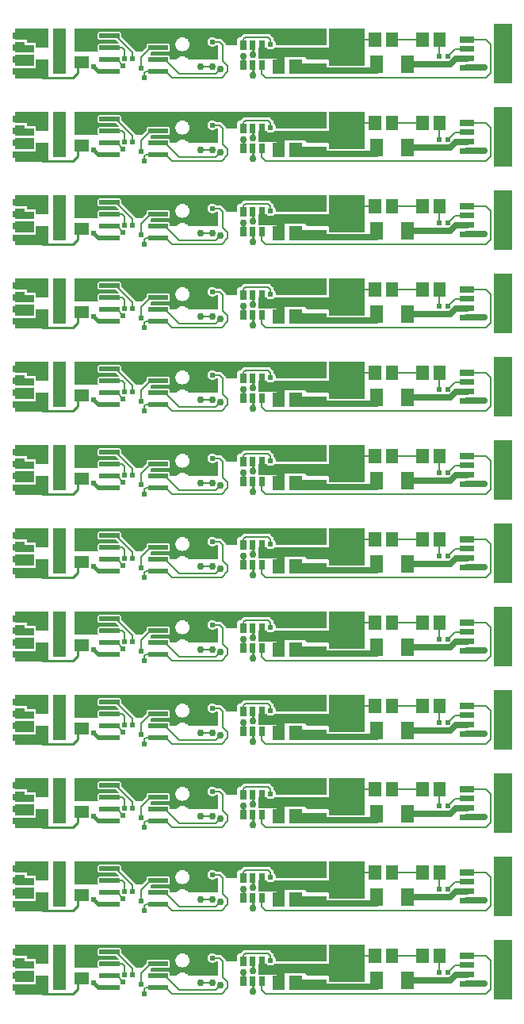
<source format=gbr>
G04 start of page 2 for group 0 idx 0 *
G04 Title: (unknown), top *
G04 Creator: pcb 20140316 *
G04 CreationDate: Thu 17 Dec 2020 03:42:44 AM GMT UTC *
G04 For: railfan *
G04 Format: Gerber/RS-274X *
G04 PCB-Dimensions (mil): 3000.00 4500.00 *
G04 PCB-Coordinate-Origin: lower left *
%MOIN*%
%FSLAX25Y25*%
%LNTOP*%
%ADD30C,0.0390*%
%ADD29C,0.0140*%
%ADD28C,0.0120*%
%ADD27C,0.0310*%
%ADD26C,0.0300*%
%ADD25C,0.0240*%
%ADD24R,0.0384X0.0384*%
%ADD23R,0.0236X0.0236*%
%ADD22R,0.0945X0.0945*%
%ADD21R,0.0378X0.0378*%
%ADD20R,0.0550X0.0550*%
%ADD19R,0.0240X0.0240*%
%ADD18R,0.0200X0.0200*%
%ADD17R,0.0512X0.0512*%
%ADD16R,0.0284X0.0284*%
%ADD15C,0.0180*%
%ADD14C,0.0100*%
%ADD13C,0.0250*%
%ADD12C,0.0080*%
%ADD11C,0.0001*%
G54D11*G36*
X270000Y395000D02*Y370000D01*
X262500D01*
Y395000D01*
X270000D01*
G37*
G36*
Y360000D02*Y335000D01*
X262500D01*
Y360000D01*
X270000D01*
G37*
G36*
Y325000D02*Y300000D01*
X262500D01*
Y325000D01*
X270000D01*
G37*
G36*
Y290000D02*Y265000D01*
X262500D01*
Y290000D01*
X270000D01*
G37*
G36*
Y255000D02*Y230000D01*
X262500D01*
Y255000D01*
X270000D01*
G37*
G36*
Y220000D02*Y195000D01*
X262500D01*
Y220000D01*
X270000D01*
G37*
G36*
Y185000D02*Y160000D01*
X262500D01*
Y185000D01*
X270000D01*
G37*
G36*
Y150000D02*Y125000D01*
X262500D01*
Y150000D01*
X270000D01*
G37*
G36*
Y115000D02*Y90000D01*
X262500D01*
Y115000D01*
X270000D01*
G37*
G36*
Y80000D02*Y55000D01*
X262500D01*
Y80000D01*
X270000D01*
G37*
G36*
Y45000D02*Y20000D01*
X262500D01*
Y45000D01*
X270000D01*
G37*
G36*
X172000Y320500D02*X192000D01*
Y316000D01*
X172000D01*
Y320500D01*
G37*
G36*
X193000Y323000D02*X208000D01*
Y307500D01*
X193000D01*
Y323000D01*
G37*
G36*
X172000Y315000D02*X196000D01*
Y311000D01*
X172000D01*
Y315000D01*
G37*
G36*
X183000Y312000D02*X194500D01*
Y310000D01*
X184000D01*
X183000Y311000D01*
Y312000D01*
G37*
G36*
X192000Y308500D02*Y304500D01*
X177500D01*
Y308500D01*
X192000D01*
G37*
G36*
Y316000D02*X170642D01*
X170680Y316155D01*
X170700Y316500D01*
X170680Y316845D01*
X170599Y317182D01*
X170466Y317502D01*
X170285Y317797D01*
X170060Y318060D01*
X169900Y318197D01*
Y318445D01*
X169904Y318500D01*
X169887Y318720D01*
X169836Y318934D01*
X169751Y319138D01*
X169636Y319325D01*
X169636Y319326D01*
X169493Y319493D01*
X169451Y319529D01*
X168529Y320451D01*
X168493Y320493D01*
X168325Y320636D01*
X168138Y320751D01*
X167934Y320836D01*
X167720Y320887D01*
X167500Y320904D01*
X167445Y320900D01*
X158055D01*
X158000Y320904D01*
X157780Y320887D01*
X157566Y320836D01*
X157362Y320751D01*
X157175Y320636D01*
X157174Y320636D01*
X157007Y320493D01*
X156971Y320451D01*
X156149Y319629D01*
X156107Y319593D01*
X156017Y319488D01*
X155665Y319486D01*
X155435Y319431D01*
X155217Y319341D01*
X155016Y319217D01*
X154836Y319064D01*
X154683Y318884D01*
X154559Y318683D01*
X154469Y318465D01*
X154414Y318235D01*
X154400Y318000D01*
X154407Y316000D01*
X151000D01*
Y323000D01*
X192000D01*
Y316000D01*
G37*
G36*
X171000Y315000D02*X174500D01*
Y304000D01*
X171000D01*
Y315000D01*
G37*
G36*
X172000D02*Y310500D01*
X163530D01*
X163500Y310549D01*
Y315000D01*
X166888D01*
X166940Y314940D01*
X167203Y314715D01*
X167498Y314534D01*
X167818Y314401D01*
X168155Y314320D01*
X168500Y314293D01*
X168845Y314320D01*
X169182Y314401D01*
X169502Y314534D01*
X169797Y314715D01*
X170060Y314940D01*
X170112Y315000D01*
X172000D01*
G37*
G36*
X171000Y280000D02*X174500D01*
Y269000D01*
X171000D01*
Y280000D01*
G37*
G36*
X172000D02*Y275500D01*
X163530D01*
X163500Y275549D01*
Y280000D01*
X166888D01*
X166940Y279940D01*
X167203Y279715D01*
X167498Y279534D01*
X167818Y279401D01*
X168155Y279320D01*
X168500Y279293D01*
X168845Y279320D01*
X169182Y279401D01*
X169502Y279534D01*
X169797Y279715D01*
X170060Y279940D01*
X170112Y280000D01*
X172000D01*
G37*
G36*
X192000Y281000D02*X170642D01*
X170680Y281155D01*
X170700Y281500D01*
X170680Y281845D01*
X170599Y282182D01*
X170466Y282502D01*
X170285Y282797D01*
X170060Y283060D01*
X169900Y283197D01*
Y283445D01*
X169904Y283500D01*
X169887Y283720D01*
X169836Y283934D01*
X169751Y284138D01*
X169636Y284325D01*
X169636Y284326D01*
X169493Y284493D01*
X169451Y284529D01*
X168529Y285451D01*
X168493Y285493D01*
X168325Y285636D01*
X168138Y285751D01*
X167934Y285836D01*
X167720Y285887D01*
X167500Y285904D01*
X167445Y285900D01*
X158055D01*
X158000Y285904D01*
X157780Y285887D01*
X157566Y285836D01*
X157362Y285751D01*
X157175Y285636D01*
X157174Y285636D01*
X157007Y285493D01*
X156971Y285451D01*
X156149Y284629D01*
X156107Y284593D01*
X156017Y284488D01*
X155665Y284486D01*
X155435Y284431D01*
X155217Y284341D01*
X155016Y284217D01*
X154836Y284064D01*
X154683Y283884D01*
X154559Y283683D01*
X154469Y283465D01*
X154414Y283235D01*
X154400Y283000D01*
X154407Y281000D01*
X151000D01*
Y288000D01*
X192000D01*
Y281000D01*
G37*
G36*
X172000Y285500D02*X192000D01*
Y281000D01*
X172000D01*
Y285500D01*
G37*
G36*
Y280000D02*X196000D01*
Y276000D01*
X172000D01*
Y280000D01*
G37*
G36*
X183000Y277000D02*X194500D01*
Y275000D01*
X184000D01*
X183000Y276000D01*
Y277000D01*
G37*
G36*
X192000Y273500D02*Y269500D01*
X177500D01*
Y273500D01*
X192000D01*
G37*
G36*
X193000Y288000D02*X208000D01*
Y272500D01*
X193000D01*
Y288000D01*
G37*
G36*
X192000Y246000D02*X170642D01*
X170680Y246155D01*
X170700Y246500D01*
X170680Y246845D01*
X170599Y247182D01*
X170466Y247502D01*
X170285Y247797D01*
X170060Y248060D01*
X169900Y248197D01*
Y248445D01*
X169904Y248500D01*
X169887Y248720D01*
X169836Y248934D01*
X169751Y249138D01*
X169636Y249325D01*
X169636Y249326D01*
X169493Y249493D01*
X169451Y249529D01*
X168529Y250451D01*
X168493Y250493D01*
X168325Y250636D01*
X168138Y250751D01*
X167934Y250836D01*
X167720Y250887D01*
X167500Y250904D01*
X167445Y250900D01*
X158055D01*
X158000Y250904D01*
X157780Y250887D01*
X157566Y250836D01*
X157362Y250751D01*
X157175Y250636D01*
X157174Y250636D01*
X157007Y250493D01*
X156971Y250451D01*
X156149Y249629D01*
X156107Y249593D01*
X156017Y249488D01*
X155665Y249486D01*
X155435Y249431D01*
X155217Y249341D01*
X155016Y249217D01*
X154836Y249064D01*
X154683Y248884D01*
X154559Y248683D01*
X154469Y248465D01*
X154414Y248235D01*
X154400Y248000D01*
X154407Y246000D01*
X151000D01*
Y253000D01*
X192000D01*
Y246000D01*
G37*
G36*
X143000Y358000D02*X154000D01*
Y351000D01*
X149904D01*
Y351000D01*
X149887Y351220D01*
X149836Y351434D01*
X149751Y351638D01*
X149636Y351825D01*
X149636Y351826D01*
X149493Y351993D01*
X149451Y352029D01*
X148029Y353451D01*
X147993Y353493D01*
X147825Y353636D01*
X147638Y353751D01*
X147434Y353836D01*
X147220Y353887D01*
X147000Y353904D01*
X146945Y353900D01*
X145434D01*
X145419Y353919D01*
X145179Y354123D01*
X144911Y354288D01*
X144620Y354408D01*
X144314Y354481D01*
X144000Y354506D01*
X143686Y354481D01*
X143380Y354408D01*
X143089Y354288D01*
X143000Y354233D01*
Y358000D01*
G37*
G36*
Y323000D02*X154000D01*
Y316000D01*
X149904D01*
Y316000D01*
X149887Y316220D01*
X149836Y316434D01*
X149751Y316638D01*
X149636Y316825D01*
X149636Y316826D01*
X149493Y316993D01*
X149451Y317029D01*
X148029Y318451D01*
X147993Y318493D01*
X147825Y318636D01*
X147638Y318751D01*
X147434Y318836D01*
X147220Y318887D01*
X147000Y318904D01*
X146945Y318900D01*
X145434D01*
X145419Y318919D01*
X145179Y319123D01*
X144911Y319288D01*
X144620Y319408D01*
X144314Y319481D01*
X144000Y319506D01*
X143686Y319481D01*
X143380Y319408D01*
X143089Y319288D01*
X143000Y319233D01*
Y323000D01*
G37*
G36*
Y288000D02*X154000D01*
Y281000D01*
X149904D01*
Y281000D01*
X149887Y281220D01*
X149836Y281434D01*
X149751Y281638D01*
X149636Y281825D01*
X149636Y281826D01*
X149493Y281993D01*
X149451Y282029D01*
X148029Y283451D01*
X147993Y283493D01*
X147825Y283636D01*
X147638Y283751D01*
X147434Y283836D01*
X147220Y283887D01*
X147000Y283904D01*
X146945Y283900D01*
X145434D01*
X145419Y283919D01*
X145179Y284123D01*
X144911Y284288D01*
X144620Y284408D01*
X144314Y284481D01*
X144000Y284506D01*
X143686Y284481D01*
X143380Y284408D01*
X143089Y284288D01*
X143000Y284233D01*
Y288000D01*
G37*
G36*
Y253000D02*X154000D01*
Y246000D01*
X149904D01*
Y246000D01*
X149887Y246220D01*
X149836Y246434D01*
X149751Y246638D01*
X149636Y246825D01*
X149636Y246826D01*
X149493Y246993D01*
X149451Y247029D01*
X148029Y248451D01*
X147993Y248493D01*
X147825Y248636D01*
X147638Y248751D01*
X147434Y248836D01*
X147220Y248887D01*
X147000Y248904D01*
X146945Y248900D01*
X145434D01*
X145419Y248919D01*
X145179Y249123D01*
X144911Y249288D01*
X144620Y249408D01*
X144314Y249481D01*
X144000Y249506D01*
X143686Y249481D01*
X143380Y249408D01*
X143089Y249288D01*
X143000Y249233D01*
Y253000D01*
G37*
G36*
Y218000D02*X154000D01*
Y211000D01*
X149904D01*
Y211000D01*
X149887Y211220D01*
X149836Y211434D01*
X149751Y211638D01*
X149636Y211825D01*
X149636Y211826D01*
X149493Y211993D01*
X149451Y212029D01*
X148029Y213451D01*
X147993Y213493D01*
X147825Y213636D01*
X147638Y213751D01*
X147434Y213836D01*
X147220Y213887D01*
X147000Y213904D01*
X146945Y213900D01*
X145434D01*
X145419Y213919D01*
X145179Y214123D01*
X144911Y214288D01*
X144620Y214408D01*
X144314Y214481D01*
X144000Y214506D01*
X143686Y214481D01*
X143380Y214408D01*
X143089Y214288D01*
X143000Y214233D01*
Y218000D01*
G37*
G36*
Y183000D02*X154000D01*
Y176000D01*
X149904D01*
Y176000D01*
X149887Y176220D01*
X149836Y176434D01*
X149751Y176638D01*
X149636Y176825D01*
X149636Y176826D01*
X149493Y176993D01*
X149451Y177029D01*
X148029Y178451D01*
X147993Y178493D01*
X147825Y178636D01*
X147638Y178751D01*
X147434Y178836D01*
X147220Y178887D01*
X147000Y178904D01*
X146945Y178900D01*
X145434D01*
X145419Y178919D01*
X145179Y179123D01*
X144911Y179288D01*
X144620Y179408D01*
X144314Y179481D01*
X144000Y179506D01*
X143686Y179481D01*
X143380Y179408D01*
X143089Y179288D01*
X143000Y179233D01*
Y183000D01*
G37*
G36*
Y148000D02*X154000D01*
Y141000D01*
X149904D01*
Y141000D01*
X149887Y141220D01*
X149836Y141434D01*
X149751Y141638D01*
X149636Y141825D01*
X149636Y141826D01*
X149493Y141993D01*
X149451Y142029D01*
X148029Y143451D01*
X147993Y143493D01*
X147825Y143636D01*
X147638Y143751D01*
X147434Y143836D01*
X147220Y143887D01*
X147000Y143904D01*
X146945Y143900D01*
X145434D01*
X145419Y143919D01*
X145179Y144123D01*
X144911Y144288D01*
X144620Y144408D01*
X144314Y144481D01*
X144000Y144506D01*
X143686Y144481D01*
X143380Y144408D01*
X143089Y144288D01*
X143000Y144233D01*
Y148000D01*
G37*
G36*
Y113000D02*X154000D01*
Y106000D01*
X149904D01*
Y106000D01*
X149887Y106220D01*
X149836Y106434D01*
X149751Y106638D01*
X149636Y106825D01*
X149636Y106826D01*
X149493Y106993D01*
X149451Y107029D01*
X148029Y108451D01*
X147993Y108493D01*
X147825Y108636D01*
X147638Y108751D01*
X147434Y108836D01*
X147220Y108887D01*
X147000Y108904D01*
X146945Y108900D01*
X145434D01*
X145419Y108919D01*
X145179Y109123D01*
X144911Y109288D01*
X144620Y109408D01*
X144314Y109481D01*
X144000Y109506D01*
X143686Y109481D01*
X143380Y109408D01*
X143089Y109288D01*
X143000Y109233D01*
Y113000D01*
G37*
G36*
Y78000D02*X154000D01*
Y71000D01*
X149904D01*
Y71000D01*
X149887Y71220D01*
X149836Y71434D01*
X149751Y71638D01*
X149636Y71825D01*
X149636Y71826D01*
X149493Y71993D01*
X149451Y72029D01*
X148029Y73451D01*
X147993Y73493D01*
X147825Y73636D01*
X147638Y73751D01*
X147434Y73836D01*
X147220Y73887D01*
X147000Y73904D01*
X146945Y73900D01*
X145434D01*
X145419Y73919D01*
X145179Y74123D01*
X144911Y74288D01*
X144620Y74408D01*
X144314Y74481D01*
X144000Y74506D01*
X143686Y74481D01*
X143380Y74408D01*
X143089Y74288D01*
X143000Y74233D01*
Y78000D01*
G37*
G36*
X172000Y250500D02*X192000D01*
Y246000D01*
X172000D01*
Y250500D01*
G37*
G36*
X171000Y245000D02*X174500D01*
Y234000D01*
X171000D01*
Y245000D01*
G37*
G36*
X172000D02*Y240500D01*
X163530D01*
X163500Y240549D01*
Y245000D01*
X166888D01*
X166940Y244940D01*
X167203Y244715D01*
X167498Y244534D01*
X167818Y244401D01*
X168155Y244320D01*
X168500Y244293D01*
X168845Y244320D01*
X169182Y244401D01*
X169502Y244534D01*
X169797Y244715D01*
X170060Y244940D01*
X170112Y245000D01*
X172000D01*
G37*
G36*
X196000D01*
Y241000D01*
X172000D01*
Y245000D01*
G37*
G36*
X192000Y238500D02*Y234500D01*
X177500D01*
Y238500D01*
X192000D01*
G37*
G36*
X193000Y253000D02*X208000D01*
Y237500D01*
X193000D01*
Y253000D01*
G37*
G36*
X183000Y242000D02*X194500D01*
Y240000D01*
X184000D01*
X183000Y241000D01*
Y242000D01*
G37*
G36*
X192000Y211000D02*X170642D01*
X170680Y211155D01*
X170700Y211500D01*
X170680Y211845D01*
X170599Y212182D01*
X170466Y212502D01*
X170285Y212797D01*
X170060Y213060D01*
X169900Y213197D01*
Y213445D01*
X169904Y213500D01*
X169887Y213720D01*
X169836Y213934D01*
X169751Y214138D01*
X169636Y214325D01*
X169636Y214326D01*
X169493Y214493D01*
X169451Y214529D01*
X168529Y215451D01*
X168493Y215493D01*
X168325Y215636D01*
X168138Y215751D01*
X167934Y215836D01*
X167720Y215887D01*
X167500Y215904D01*
X167445Y215900D01*
X158055D01*
X158000Y215904D01*
X157780Y215887D01*
X157566Y215836D01*
X157362Y215751D01*
X157175Y215636D01*
X157174Y215636D01*
X157007Y215493D01*
X156971Y215451D01*
X156149Y214629D01*
X156107Y214593D01*
X156017Y214488D01*
X155665Y214486D01*
X155435Y214431D01*
X155217Y214341D01*
X155016Y214217D01*
X154836Y214064D01*
X154683Y213884D01*
X154559Y213683D01*
X154469Y213465D01*
X154414Y213235D01*
X154400Y213000D01*
X154407Y211000D01*
X151000D01*
Y218000D01*
X192000D01*
Y211000D01*
G37*
G36*
X172000Y215500D02*X192000D01*
Y211000D01*
X172000D01*
Y215500D01*
G37*
G36*
X171000Y210000D02*X174500D01*
Y199000D01*
X171000D01*
Y210000D01*
G37*
G36*
X172000D02*Y205500D01*
X163530D01*
X163500Y205549D01*
Y210000D01*
X166888D01*
X166940Y209940D01*
X167203Y209715D01*
X167498Y209534D01*
X167818Y209401D01*
X168155Y209320D01*
X168500Y209293D01*
X168845Y209320D01*
X169182Y209401D01*
X169502Y209534D01*
X169797Y209715D01*
X170060Y209940D01*
X170112Y210000D01*
X172000D01*
G37*
G36*
X196000D01*
Y206000D01*
X172000D01*
Y210000D01*
G37*
G36*
X192000Y203500D02*Y199500D01*
X177500D01*
Y203500D01*
X192000D01*
G37*
G36*
X193000Y218000D02*X208000D01*
Y202500D01*
X193000D01*
Y218000D01*
G37*
G36*
X183000Y207000D02*X194500D01*
Y205000D01*
X184000D01*
X183000Y206000D01*
Y207000D01*
G37*
G36*
X192000Y176000D02*X170642D01*
X170680Y176155D01*
X170700Y176500D01*
X170680Y176845D01*
X170599Y177182D01*
X170466Y177502D01*
X170285Y177797D01*
X170060Y178060D01*
X169900Y178197D01*
Y178445D01*
X169904Y178500D01*
X169887Y178720D01*
X169836Y178934D01*
X169751Y179138D01*
X169636Y179325D01*
X169636Y179326D01*
X169493Y179493D01*
X169451Y179529D01*
X168529Y180451D01*
X168493Y180493D01*
X168325Y180636D01*
X168138Y180751D01*
X167934Y180836D01*
X167720Y180887D01*
X167500Y180904D01*
X167445Y180900D01*
X158055D01*
X158000Y180904D01*
X157780Y180887D01*
X157566Y180836D01*
X157362Y180751D01*
X157175Y180636D01*
X157174Y180636D01*
X157007Y180493D01*
X156971Y180451D01*
X156149Y179629D01*
X156107Y179593D01*
X156017Y179488D01*
X155665Y179486D01*
X155435Y179431D01*
X155217Y179341D01*
X155016Y179217D01*
X154836Y179064D01*
X154683Y178884D01*
X154559Y178683D01*
X154469Y178465D01*
X154414Y178235D01*
X154400Y178000D01*
X154407Y176000D01*
X151000D01*
Y183000D01*
X192000D01*
Y176000D01*
G37*
G36*
X172000Y180500D02*X192000D01*
Y176000D01*
X172000D01*
Y180500D01*
G37*
G36*
X171000Y175000D02*X174500D01*
Y164000D01*
X171000D01*
Y175000D01*
G37*
G36*
X172000D02*Y170500D01*
X163530D01*
X163500Y170549D01*
Y175000D01*
X166888D01*
X166940Y174940D01*
X167203Y174715D01*
X167498Y174534D01*
X167818Y174401D01*
X168155Y174320D01*
X168500Y174293D01*
X168845Y174320D01*
X169182Y174401D01*
X169502Y174534D01*
X169797Y174715D01*
X170060Y174940D01*
X170112Y175000D01*
X172000D01*
G37*
G36*
X196000D01*
Y171000D01*
X172000D01*
Y175000D01*
G37*
G36*
X192000Y168500D02*Y164500D01*
X177500D01*
Y168500D01*
X192000D01*
G37*
G36*
X193000Y183000D02*X208000D01*
Y167500D01*
X193000D01*
Y183000D01*
G37*
G36*
X183000Y172000D02*X194500D01*
Y170000D01*
X184000D01*
X183000Y171000D01*
Y172000D01*
G37*
G36*
X192000Y141000D02*X170642D01*
X170680Y141155D01*
X170700Y141500D01*
X170680Y141845D01*
X170599Y142182D01*
X170466Y142502D01*
X170285Y142797D01*
X170060Y143060D01*
X169900Y143197D01*
Y143445D01*
X169904Y143500D01*
X169887Y143720D01*
X169836Y143934D01*
X169751Y144138D01*
X169636Y144325D01*
X169636Y144326D01*
X169493Y144493D01*
X169451Y144529D01*
X168529Y145451D01*
X168493Y145493D01*
X168325Y145636D01*
X168138Y145751D01*
X167934Y145836D01*
X167720Y145887D01*
X167500Y145904D01*
X167445Y145900D01*
X158055D01*
X158000Y145904D01*
X157780Y145887D01*
X157566Y145836D01*
X157362Y145751D01*
X157175Y145636D01*
X157174Y145636D01*
X157007Y145493D01*
X156971Y145451D01*
X156149Y144629D01*
X156107Y144593D01*
X156017Y144488D01*
X155665Y144486D01*
X155435Y144431D01*
X155217Y144341D01*
X155016Y144217D01*
X154836Y144064D01*
X154683Y143884D01*
X154559Y143683D01*
X154469Y143465D01*
X154414Y143235D01*
X154400Y143000D01*
X154407Y141000D01*
X151000D01*
Y148000D01*
X192000D01*
Y141000D01*
G37*
G36*
X61000Y237500D02*Y242000D01*
X69000D01*
Y237500D01*
X61000D01*
G37*
G36*
Y243000D02*Y247500D01*
X65000D01*
Y243000D01*
X61000D01*
G37*
G36*
X69000Y246000D02*Y243000D01*
X61000D01*
Y246000D01*
X69000D01*
G37*
G36*
X61000Y253000D02*X67500D01*
Y248500D01*
X61000D01*
Y253000D01*
G37*
G36*
X75000D02*Y247000D01*
X66000D01*
Y253000D01*
X75000D01*
G37*
G36*
X61000Y232000D02*Y236500D01*
X75000D01*
Y232000D01*
X61000D01*
G37*
G36*
X77000Y253000D02*X82500D01*
Y234000D01*
X77000D01*
Y253000D01*
G37*
G36*
X86000D02*X92000D01*
Y243500D01*
X86000D01*
Y253000D01*
G37*
G36*
X95900Y251000D02*X95906Y248906D01*
X95928Y248814D01*
X95964Y248727D01*
X96013Y248646D01*
X96074Y248574D01*
X96146Y248513D01*
X96227Y248464D01*
X96314Y248428D01*
X96406Y248406D01*
X96500Y248400D01*
X103116Y248404D01*
X104920Y246600D01*
X96406Y246594D01*
X96314Y246572D01*
X96227Y246536D01*
X96146Y246487D01*
X96074Y246426D01*
X96013Y246354D01*
X95964Y246273D01*
X95928Y246186D01*
X95906Y246094D01*
X95900Y246000D01*
X95906Y243906D01*
X95928Y243814D01*
X95964Y243727D01*
X96013Y243646D01*
X96074Y243574D01*
X96146Y243513D01*
X96168Y243500D01*
X86000D01*
Y253000D01*
X126500D01*
Y243500D01*
X125832D01*
X125854Y243513D01*
X125926Y243574D01*
X125987Y243646D01*
X126036Y243727D01*
X126072Y243814D01*
X126094Y243906D01*
X126100Y244000D01*
X126094Y246094D01*
X126072Y246186D01*
X126036Y246273D01*
X125987Y246354D01*
X125926Y246426D01*
X125854Y246487D01*
X125773Y246536D01*
X125686Y246572D01*
X125594Y246594D01*
X125500Y246600D01*
X116906Y246594D01*
X116814Y246572D01*
X116727Y246536D01*
X116646Y246487D01*
X116574Y246426D01*
X116513Y246354D01*
X116464Y246273D01*
X116428Y246186D01*
X116406Y246094D01*
X116400Y246000D01*
X116402Y245382D01*
X114520Y243500D01*
X111808D01*
X111751Y243638D01*
X111636Y243825D01*
X111493Y243993D01*
X111451Y244029D01*
X105598Y249882D01*
X105594Y251094D01*
X105572Y251186D01*
X105536Y251273D01*
X105487Y251354D01*
X105426Y251426D01*
X105354Y251487D01*
X105273Y251536D01*
X105186Y251572D01*
X105094Y251594D01*
X105000Y251600D01*
X96406Y251594D01*
X96314Y251572D01*
X96227Y251536D01*
X96146Y251487D01*
X96074Y251426D01*
X96013Y251354D01*
X95964Y251273D01*
X95928Y251186D01*
X95906Y251094D01*
X95900Y251000D01*
G37*
G36*
X126500Y247000D02*Y241000D01*
X126095D01*
X126094Y241094D01*
X126072Y241186D01*
X126036Y241273D01*
X125987Y241354D01*
X125926Y241426D01*
X125854Y241487D01*
X125773Y241536D01*
X125686Y241572D01*
X125594Y241594D01*
X125500Y241600D01*
X118000Y241595D01*
Y243020D01*
X118381Y243401D01*
X125594Y243406D01*
X125686Y243428D01*
X125773Y243464D01*
X125854Y243513D01*
X125926Y243574D01*
X125987Y243646D01*
X126036Y243727D01*
X126072Y243814D01*
X126094Y243906D01*
X126100Y244000D01*
X126094Y246094D01*
X126072Y246186D01*
X126036Y246273D01*
X125987Y246354D01*
X125926Y246426D01*
X125854Y246487D01*
X125773Y246536D01*
X125686Y246572D01*
X125594Y246594D01*
X125500Y246600D01*
X118000Y246595D01*
Y247000D01*
X126500D01*
G37*
G36*
X131495Y253000D02*X146500D01*
Y248900D01*
X145434D01*
X145419Y248919D01*
X145179Y249123D01*
X144911Y249288D01*
X144620Y249408D01*
X144314Y249481D01*
X144000Y249506D01*
X143686Y249481D01*
X143380Y249408D01*
X143089Y249288D01*
X142821Y249123D01*
X142581Y248919D01*
X142377Y248679D01*
X142212Y248411D01*
X142092Y248120D01*
X142019Y247814D01*
X141994Y247500D01*
X142019Y247186D01*
X142092Y246880D01*
X142212Y246589D01*
X142377Y246321D01*
X142581Y246081D01*
X142821Y245877D01*
X143089Y245712D01*
X143380Y245592D01*
X143686Y245519D01*
X144000Y245494D01*
X144314Y245519D01*
X144620Y245592D01*
X144911Y245712D01*
X145179Y245877D01*
X145419Y246081D01*
X145434Y246100D01*
X146420D01*
X146500Y246020D01*
Y240000D01*
X134041D01*
X133894Y240239D01*
X133592Y240592D01*
X133239Y240894D01*
X132843Y241137D01*
X132414Y241314D01*
X131963Y241423D01*
X131500Y241459D01*
X131495Y241459D01*
Y243541D01*
X131500Y243541D01*
X131963Y243577D01*
X132414Y243686D01*
X132843Y243863D01*
X133239Y244106D01*
X133592Y244408D01*
X133894Y244761D01*
X134137Y245157D01*
X134314Y245586D01*
X134423Y246037D01*
X134450Y246500D01*
X134423Y246963D01*
X134314Y247414D01*
X134137Y247843D01*
X133894Y248239D01*
X133592Y248592D01*
X133239Y248894D01*
X132843Y249137D01*
X132414Y249314D01*
X131963Y249423D01*
X131500Y249459D01*
X131495Y249459D01*
Y253000D01*
G37*
G36*
X123000D02*X131495D01*
Y249459D01*
X131037Y249423D01*
X130586Y249314D01*
X130157Y249137D01*
X129761Y248894D01*
X129408Y248592D01*
X129106Y248239D01*
X128863Y247843D01*
X128686Y247414D01*
X128577Y246963D01*
X128541Y246500D01*
X128577Y246037D01*
X128686Y245586D01*
X128863Y245157D01*
X129106Y244761D01*
X129408Y244408D01*
X129761Y244106D01*
X130157Y243863D01*
X130586Y243686D01*
X131037Y243577D01*
X131495Y243541D01*
Y241459D01*
X131037Y241423D01*
X130586Y241314D01*
X130157Y241137D01*
X129761Y240894D01*
X129408Y240592D01*
X129106Y240239D01*
X128959Y240000D01*
X126097D01*
X126094Y241094D01*
X126072Y241186D01*
X126036Y241273D01*
X125987Y241354D01*
X125926Y241426D01*
X125854Y241487D01*
X125773Y241536D01*
X125686Y241572D01*
X125594Y241594D01*
X125500Y241600D01*
X123000Y241598D01*
Y243404D01*
X125594Y243406D01*
X125686Y243428D01*
X125773Y243464D01*
X125854Y243513D01*
X125926Y243574D01*
X125987Y243646D01*
X126036Y243727D01*
X126072Y243814D01*
X126094Y243906D01*
X126100Y244000D01*
X126094Y246094D01*
X126072Y246186D01*
X126036Y246273D01*
X125987Y246354D01*
X125926Y246426D01*
X125854Y246487D01*
X125773Y246536D01*
X125686Y246572D01*
X125594Y246594D01*
X125500Y246600D01*
X123000Y246598D01*
Y253000D01*
G37*
G36*
X95900Y216000D02*X95906Y213906D01*
X95928Y213814D01*
X95964Y213727D01*
X96013Y213646D01*
X96074Y213574D01*
X96146Y213513D01*
X96227Y213464D01*
X96314Y213428D01*
X96406Y213406D01*
X96500Y213400D01*
X103116Y213404D01*
X104920Y211600D01*
X96406Y211594D01*
X96314Y211572D01*
X96227Y211536D01*
X96146Y211487D01*
X96074Y211426D01*
X96013Y211354D01*
X95964Y211273D01*
X95928Y211186D01*
X95906Y211094D01*
X95900Y211000D01*
X95906Y208906D01*
X95928Y208814D01*
X95964Y208727D01*
X96013Y208646D01*
X96074Y208574D01*
X96146Y208513D01*
X96168Y208500D01*
X86000D01*
Y218000D01*
X126500D01*
Y208500D01*
X125832D01*
X125854Y208513D01*
X125926Y208574D01*
X125987Y208646D01*
X126036Y208727D01*
X126072Y208814D01*
X126094Y208906D01*
X126100Y209000D01*
X126094Y211094D01*
X126072Y211186D01*
X126036Y211273D01*
X125987Y211354D01*
X125926Y211426D01*
X125854Y211487D01*
X125773Y211536D01*
X125686Y211572D01*
X125594Y211594D01*
X125500Y211600D01*
X116906Y211594D01*
X116814Y211572D01*
X116727Y211536D01*
X116646Y211487D01*
X116574Y211426D01*
X116513Y211354D01*
X116464Y211273D01*
X116428Y211186D01*
X116406Y211094D01*
X116400Y211000D01*
X116402Y210382D01*
X114520Y208500D01*
X111808D01*
X111751Y208638D01*
X111636Y208825D01*
X111493Y208993D01*
X111451Y209029D01*
X105598Y214882D01*
X105594Y216094D01*
X105572Y216186D01*
X105536Y216273D01*
X105487Y216354D01*
X105426Y216426D01*
X105354Y216487D01*
X105273Y216536D01*
X105186Y216572D01*
X105094Y216594D01*
X105000Y216600D01*
X96406Y216594D01*
X96314Y216572D01*
X96227Y216536D01*
X96146Y216487D01*
X96074Y216426D01*
X96013Y216354D01*
X95964Y216273D01*
X95928Y216186D01*
X95906Y216094D01*
X95900Y216000D01*
G37*
G36*
Y181000D02*X95906Y178906D01*
X95928Y178814D01*
X95964Y178727D01*
X96013Y178646D01*
X96074Y178574D01*
X96146Y178513D01*
X96227Y178464D01*
X96314Y178428D01*
X96406Y178406D01*
X96500Y178400D01*
X103116Y178404D01*
X104920Y176600D01*
X96406Y176594D01*
X96314Y176572D01*
X96227Y176536D01*
X96146Y176487D01*
X96074Y176426D01*
X96013Y176354D01*
X95964Y176273D01*
X95928Y176186D01*
X95906Y176094D01*
X95900Y176000D01*
X95906Y173906D01*
X95928Y173814D01*
X95964Y173727D01*
X96013Y173646D01*
X96074Y173574D01*
X96146Y173513D01*
X96168Y173500D01*
X86000D01*
Y183000D01*
X126500D01*
Y173500D01*
X125832D01*
X125854Y173513D01*
X125926Y173574D01*
X125987Y173646D01*
X126036Y173727D01*
X126072Y173814D01*
X126094Y173906D01*
X126100Y174000D01*
X126094Y176094D01*
X126072Y176186D01*
X126036Y176273D01*
X125987Y176354D01*
X125926Y176426D01*
X125854Y176487D01*
X125773Y176536D01*
X125686Y176572D01*
X125594Y176594D01*
X125500Y176600D01*
X116906Y176594D01*
X116814Y176572D01*
X116727Y176536D01*
X116646Y176487D01*
X116574Y176426D01*
X116513Y176354D01*
X116464Y176273D01*
X116428Y176186D01*
X116406Y176094D01*
X116400Y176000D01*
X116402Y175382D01*
X114520Y173500D01*
X111808D01*
X111751Y173638D01*
X111636Y173825D01*
X111493Y173993D01*
X111451Y174029D01*
X105598Y179882D01*
X105594Y181094D01*
X105572Y181186D01*
X105536Y181273D01*
X105487Y181354D01*
X105426Y181426D01*
X105354Y181487D01*
X105273Y181536D01*
X105186Y181572D01*
X105094Y181594D01*
X105000Y181600D01*
X96406Y181594D01*
X96314Y181572D01*
X96227Y181536D01*
X96146Y181487D01*
X96074Y181426D01*
X96013Y181354D01*
X95964Y181273D01*
X95928Y181186D01*
X95906Y181094D01*
X95900Y181000D01*
G37*
G36*
X126500Y177000D02*Y171000D01*
X126095D01*
X126094Y171094D01*
X126072Y171186D01*
X126036Y171273D01*
X125987Y171354D01*
X125926Y171426D01*
X125854Y171487D01*
X125773Y171536D01*
X125686Y171572D01*
X125594Y171594D01*
X125500Y171600D01*
X118000Y171595D01*
Y173020D01*
X118381Y173401D01*
X125594Y173406D01*
X125686Y173428D01*
X125773Y173464D01*
X125854Y173513D01*
X125926Y173574D01*
X125987Y173646D01*
X126036Y173727D01*
X126072Y173814D01*
X126094Y173906D01*
X126100Y174000D01*
X126094Y176094D01*
X126072Y176186D01*
X126036Y176273D01*
X125987Y176354D01*
X125926Y176426D01*
X125854Y176487D01*
X125773Y176536D01*
X125686Y176572D01*
X125594Y176594D01*
X125500Y176600D01*
X118000Y176595D01*
Y177000D01*
X126500D01*
G37*
G36*
Y212000D02*Y206000D01*
X126095D01*
X126094Y206094D01*
X126072Y206186D01*
X126036Y206273D01*
X125987Y206354D01*
X125926Y206426D01*
X125854Y206487D01*
X125773Y206536D01*
X125686Y206572D01*
X125594Y206594D01*
X125500Y206600D01*
X118000Y206595D01*
Y208020D01*
X118381Y208401D01*
X125594Y208406D01*
X125686Y208428D01*
X125773Y208464D01*
X125854Y208513D01*
X125926Y208574D01*
X125987Y208646D01*
X126036Y208727D01*
X126072Y208814D01*
X126094Y208906D01*
X126100Y209000D01*
X126094Y211094D01*
X126072Y211186D01*
X126036Y211273D01*
X125987Y211354D01*
X125926Y211426D01*
X125854Y211487D01*
X125773Y211536D01*
X125686Y211572D01*
X125594Y211594D01*
X125500Y211600D01*
X118000Y211595D01*
Y212000D01*
X126500D01*
G37*
G36*
X131495Y218000D02*X146500D01*
Y213900D01*
X145434D01*
X145419Y213919D01*
X145179Y214123D01*
X144911Y214288D01*
X144620Y214408D01*
X144314Y214481D01*
X144000Y214506D01*
X143686Y214481D01*
X143380Y214408D01*
X143089Y214288D01*
X142821Y214123D01*
X142581Y213919D01*
X142377Y213679D01*
X142212Y213411D01*
X142092Y213120D01*
X142019Y212814D01*
X141994Y212500D01*
X142019Y212186D01*
X142092Y211880D01*
X142212Y211589D01*
X142377Y211321D01*
X142581Y211081D01*
X142821Y210877D01*
X143089Y210712D01*
X143380Y210592D01*
X143686Y210519D01*
X144000Y210494D01*
X144314Y210519D01*
X144620Y210592D01*
X144911Y210712D01*
X145179Y210877D01*
X145419Y211081D01*
X145434Y211100D01*
X146420D01*
X146500Y211020D01*
Y205000D01*
X134041D01*
X133894Y205239D01*
X133592Y205592D01*
X133239Y205894D01*
X132843Y206137D01*
X132414Y206314D01*
X131963Y206423D01*
X131500Y206459D01*
X131495Y206459D01*
Y208541D01*
X131500Y208541D01*
X131963Y208577D01*
X132414Y208686D01*
X132843Y208863D01*
X133239Y209106D01*
X133592Y209408D01*
X133894Y209761D01*
X134137Y210157D01*
X134314Y210586D01*
X134423Y211037D01*
X134450Y211500D01*
X134423Y211963D01*
X134314Y212414D01*
X134137Y212843D01*
X133894Y213239D01*
X133592Y213592D01*
X133239Y213894D01*
X132843Y214137D01*
X132414Y214314D01*
X131963Y214423D01*
X131500Y214459D01*
X131495Y214459D01*
Y218000D01*
G37*
G36*
X123000D02*X131495D01*
Y214459D01*
X131037Y214423D01*
X130586Y214314D01*
X130157Y214137D01*
X129761Y213894D01*
X129408Y213592D01*
X129106Y213239D01*
X128863Y212843D01*
X128686Y212414D01*
X128577Y211963D01*
X128541Y211500D01*
X128577Y211037D01*
X128686Y210586D01*
X128863Y210157D01*
X129106Y209761D01*
X129408Y209408D01*
X129761Y209106D01*
X130157Y208863D01*
X130586Y208686D01*
X131037Y208577D01*
X131495Y208541D01*
Y206459D01*
X131037Y206423D01*
X130586Y206314D01*
X130157Y206137D01*
X129761Y205894D01*
X129408Y205592D01*
X129106Y205239D01*
X128959Y205000D01*
X126097D01*
X126094Y206094D01*
X126072Y206186D01*
X126036Y206273D01*
X125987Y206354D01*
X125926Y206426D01*
X125854Y206487D01*
X125773Y206536D01*
X125686Y206572D01*
X125594Y206594D01*
X125500Y206600D01*
X123000Y206598D01*
Y208404D01*
X125594Y208406D01*
X125686Y208428D01*
X125773Y208464D01*
X125854Y208513D01*
X125926Y208574D01*
X125987Y208646D01*
X126036Y208727D01*
X126072Y208814D01*
X126094Y208906D01*
X126100Y209000D01*
X126094Y211094D01*
X126072Y211186D01*
X126036Y211273D01*
X125987Y211354D01*
X125926Y211426D01*
X125854Y211487D01*
X125773Y211536D01*
X125686Y211572D01*
X125594Y211594D01*
X125500Y211600D01*
X123000Y211598D01*
Y218000D01*
G37*
G36*
X131495Y183000D02*X146500D01*
Y178900D01*
X145434D01*
X145419Y178919D01*
X145179Y179123D01*
X144911Y179288D01*
X144620Y179408D01*
X144314Y179481D01*
X144000Y179506D01*
X143686Y179481D01*
X143380Y179408D01*
X143089Y179288D01*
X142821Y179123D01*
X142581Y178919D01*
X142377Y178679D01*
X142212Y178411D01*
X142092Y178120D01*
X142019Y177814D01*
X141994Y177500D01*
X142019Y177186D01*
X142092Y176880D01*
X142212Y176589D01*
X142377Y176321D01*
X142581Y176081D01*
X142821Y175877D01*
X143089Y175712D01*
X143380Y175592D01*
X143686Y175519D01*
X144000Y175494D01*
X144314Y175519D01*
X144620Y175592D01*
X144911Y175712D01*
X145179Y175877D01*
X145419Y176081D01*
X145434Y176100D01*
X146420D01*
X146500Y176020D01*
Y170000D01*
X134041D01*
X133894Y170239D01*
X133592Y170592D01*
X133239Y170894D01*
X132843Y171137D01*
X132414Y171314D01*
X131963Y171423D01*
X131500Y171459D01*
X131495Y171459D01*
Y173541D01*
X131500Y173541D01*
X131963Y173577D01*
X132414Y173686D01*
X132843Y173863D01*
X133239Y174106D01*
X133592Y174408D01*
X133894Y174761D01*
X134137Y175157D01*
X134314Y175586D01*
X134423Y176037D01*
X134450Y176500D01*
X134423Y176963D01*
X134314Y177414D01*
X134137Y177843D01*
X133894Y178239D01*
X133592Y178592D01*
X133239Y178894D01*
X132843Y179137D01*
X132414Y179314D01*
X131963Y179423D01*
X131500Y179459D01*
X131495Y179459D01*
Y183000D01*
G37*
G36*
X123000D02*X131495D01*
Y179459D01*
X131037Y179423D01*
X130586Y179314D01*
X130157Y179137D01*
X129761Y178894D01*
X129408Y178592D01*
X129106Y178239D01*
X128863Y177843D01*
X128686Y177414D01*
X128577Y176963D01*
X128541Y176500D01*
X128577Y176037D01*
X128686Y175586D01*
X128863Y175157D01*
X129106Y174761D01*
X129408Y174408D01*
X129761Y174106D01*
X130157Y173863D01*
X130586Y173686D01*
X131037Y173577D01*
X131495Y173541D01*
Y171459D01*
X131037Y171423D01*
X130586Y171314D01*
X130157Y171137D01*
X129761Y170894D01*
X129408Y170592D01*
X129106Y170239D01*
X128959Y170000D01*
X126097D01*
X126094Y171094D01*
X126072Y171186D01*
X126036Y171273D01*
X125987Y171354D01*
X125926Y171426D01*
X125854Y171487D01*
X125773Y171536D01*
X125686Y171572D01*
X125594Y171594D01*
X125500Y171600D01*
X123000Y171598D01*
Y173404D01*
X125594Y173406D01*
X125686Y173428D01*
X125773Y173464D01*
X125854Y173513D01*
X125926Y173574D01*
X125987Y173646D01*
X126036Y173727D01*
X126072Y173814D01*
X126094Y173906D01*
X126100Y174000D01*
X126094Y176094D01*
X126072Y176186D01*
X126036Y176273D01*
X125987Y176354D01*
X125926Y176426D01*
X125854Y176487D01*
X125773Y176536D01*
X125686Y176572D01*
X125594Y176594D01*
X125500Y176600D01*
X123000Y176598D01*
Y183000D01*
G37*
G36*
X61000Y202500D02*Y207000D01*
X69000D01*
Y202500D01*
X61000D01*
G37*
G36*
Y197000D02*Y201500D01*
X75000D01*
Y197000D01*
X61000D01*
G37*
G36*
Y208000D02*Y212500D01*
X65000D01*
Y208000D01*
X61000D01*
G37*
G36*
X69000Y211000D02*Y208000D01*
X61000D01*
Y211000D01*
X69000D01*
G37*
G36*
X61000Y218000D02*X67500D01*
Y213500D01*
X61000D01*
Y218000D01*
G37*
G36*
X75000D02*Y212000D01*
X66000D01*
Y218000D01*
X75000D01*
G37*
G36*
X77000D02*X82500D01*
Y199000D01*
X77000D01*
Y218000D01*
G37*
G36*
Y183000D02*X82500D01*
Y164000D01*
X77000D01*
Y183000D01*
G37*
G36*
X86000Y218000D02*X92000D01*
Y208500D01*
X86000D01*
Y218000D01*
G37*
G36*
X61000Y173000D02*Y177500D01*
X65000D01*
Y173000D01*
X61000D01*
G37*
G36*
X69000Y176000D02*Y173000D01*
X61000D01*
Y176000D01*
X69000D01*
G37*
G36*
X61000Y183000D02*X67500D01*
Y178500D01*
X61000D01*
Y183000D01*
G37*
G36*
X75000D02*Y177000D01*
X66000D01*
Y183000D01*
X75000D01*
G37*
G36*
X86000D02*X92000D01*
Y173500D01*
X86000D01*
Y183000D01*
G37*
G36*
X61000Y167500D02*Y172000D01*
X69000D01*
Y167500D01*
X61000D01*
G37*
G36*
Y162000D02*Y166500D01*
X75000D01*
Y162000D01*
X61000D01*
G37*
G36*
Y132500D02*Y137000D01*
X69000D01*
Y132500D01*
X61000D01*
G37*
G36*
Y127000D02*Y131500D01*
X75000D01*
Y127000D01*
X61000D01*
G37*
G36*
Y138000D02*Y142500D01*
X65000D01*
Y138000D01*
X61000D01*
G37*
G36*
X69000Y141000D02*Y138000D01*
X61000D01*
Y141000D01*
X69000D01*
G37*
G36*
X61000Y148000D02*X67500D01*
Y143500D01*
X61000D01*
Y148000D01*
G37*
G36*
X75000D02*Y142000D01*
X66000D01*
Y148000D01*
X75000D01*
G37*
G36*
X77000D02*X82500D01*
Y129000D01*
X77000D01*
Y148000D01*
G37*
G36*
X86000D02*X92000D01*
Y138500D01*
X86000D01*
Y148000D01*
G37*
G36*
X95900Y146000D02*X95906Y143906D01*
X95928Y143814D01*
X95964Y143727D01*
X96013Y143646D01*
X96074Y143574D01*
X96146Y143513D01*
X96227Y143464D01*
X96314Y143428D01*
X96406Y143406D01*
X96500Y143400D01*
X103116Y143404D01*
X104920Y141600D01*
X96406Y141594D01*
X96314Y141572D01*
X96227Y141536D01*
X96146Y141487D01*
X96074Y141426D01*
X96013Y141354D01*
X95964Y141273D01*
X95928Y141186D01*
X95906Y141094D01*
X95900Y141000D01*
X95906Y138906D01*
X95928Y138814D01*
X95964Y138727D01*
X96013Y138646D01*
X96074Y138574D01*
X96146Y138513D01*
X96168Y138500D01*
X86000D01*
Y148000D01*
X126500D01*
Y138500D01*
X125832D01*
X125854Y138513D01*
X125926Y138574D01*
X125987Y138646D01*
X126036Y138727D01*
X126072Y138814D01*
X126094Y138906D01*
X126100Y139000D01*
X126094Y141094D01*
X126072Y141186D01*
X126036Y141273D01*
X125987Y141354D01*
X125926Y141426D01*
X125854Y141487D01*
X125773Y141536D01*
X125686Y141572D01*
X125594Y141594D01*
X125500Y141600D01*
X116906Y141594D01*
X116814Y141572D01*
X116727Y141536D01*
X116646Y141487D01*
X116574Y141426D01*
X116513Y141354D01*
X116464Y141273D01*
X116428Y141186D01*
X116406Y141094D01*
X116400Y141000D01*
X116402Y140382D01*
X114520Y138500D01*
X111808D01*
X111751Y138638D01*
X111636Y138825D01*
X111493Y138993D01*
X111451Y139029D01*
X105598Y144882D01*
X105594Y146094D01*
X105572Y146186D01*
X105536Y146273D01*
X105487Y146354D01*
X105426Y146426D01*
X105354Y146487D01*
X105273Y146536D01*
X105186Y146572D01*
X105094Y146594D01*
X105000Y146600D01*
X96406Y146594D01*
X96314Y146572D01*
X96227Y146536D01*
X96146Y146487D01*
X96074Y146426D01*
X96013Y146354D01*
X95964Y146273D01*
X95928Y146186D01*
X95906Y146094D01*
X95900Y146000D01*
G37*
G36*
X126500Y142000D02*Y136000D01*
X126095D01*
X126094Y136094D01*
X126072Y136186D01*
X126036Y136273D01*
X125987Y136354D01*
X125926Y136426D01*
X125854Y136487D01*
X125773Y136536D01*
X125686Y136572D01*
X125594Y136594D01*
X125500Y136600D01*
X118000Y136595D01*
Y138020D01*
X118381Y138401D01*
X125594Y138406D01*
X125686Y138428D01*
X125773Y138464D01*
X125854Y138513D01*
X125926Y138574D01*
X125987Y138646D01*
X126036Y138727D01*
X126072Y138814D01*
X126094Y138906D01*
X126100Y139000D01*
X126094Y141094D01*
X126072Y141186D01*
X126036Y141273D01*
X125987Y141354D01*
X125926Y141426D01*
X125854Y141487D01*
X125773Y141536D01*
X125686Y141572D01*
X125594Y141594D01*
X125500Y141600D01*
X118000Y141595D01*
Y142000D01*
X126500D01*
G37*
G36*
X131495Y148000D02*X146500D01*
Y143900D01*
X145434D01*
X145419Y143919D01*
X145179Y144123D01*
X144911Y144288D01*
X144620Y144408D01*
X144314Y144481D01*
X144000Y144506D01*
X143686Y144481D01*
X143380Y144408D01*
X143089Y144288D01*
X142821Y144123D01*
X142581Y143919D01*
X142377Y143679D01*
X142212Y143411D01*
X142092Y143120D01*
X142019Y142814D01*
X141994Y142500D01*
X142019Y142186D01*
X142092Y141880D01*
X142212Y141589D01*
X142377Y141321D01*
X142581Y141081D01*
X142821Y140877D01*
X143089Y140712D01*
X143380Y140592D01*
X143686Y140519D01*
X144000Y140494D01*
X144314Y140519D01*
X144620Y140592D01*
X144911Y140712D01*
X145179Y140877D01*
X145419Y141081D01*
X145434Y141100D01*
X146420D01*
X146500Y141020D01*
Y135000D01*
X134041D01*
X133894Y135239D01*
X133592Y135592D01*
X133239Y135894D01*
X132843Y136137D01*
X132414Y136314D01*
X131963Y136423D01*
X131500Y136459D01*
X131495Y136459D01*
Y138541D01*
X131500Y138541D01*
X131963Y138577D01*
X132414Y138686D01*
X132843Y138863D01*
X133239Y139106D01*
X133592Y139408D01*
X133894Y139761D01*
X134137Y140157D01*
X134314Y140586D01*
X134423Y141037D01*
X134450Y141500D01*
X134423Y141963D01*
X134314Y142414D01*
X134137Y142843D01*
X133894Y143239D01*
X133592Y143592D01*
X133239Y143894D01*
X132843Y144137D01*
X132414Y144314D01*
X131963Y144423D01*
X131500Y144459D01*
X131495Y144459D01*
Y148000D01*
G37*
G36*
X123000D02*X131495D01*
Y144459D01*
X131037Y144423D01*
X130586Y144314D01*
X130157Y144137D01*
X129761Y143894D01*
X129408Y143592D01*
X129106Y143239D01*
X128863Y142843D01*
X128686Y142414D01*
X128577Y141963D01*
X128541Y141500D01*
X128577Y141037D01*
X128686Y140586D01*
X128863Y140157D01*
X129106Y139761D01*
X129408Y139408D01*
X129761Y139106D01*
X130157Y138863D01*
X130586Y138686D01*
X131037Y138577D01*
X131495Y138541D01*
Y136459D01*
X131037Y136423D01*
X130586Y136314D01*
X130157Y136137D01*
X129761Y135894D01*
X129408Y135592D01*
X129106Y135239D01*
X128959Y135000D01*
X126097D01*
X126094Y136094D01*
X126072Y136186D01*
X126036Y136273D01*
X125987Y136354D01*
X125926Y136426D01*
X125854Y136487D01*
X125773Y136536D01*
X125686Y136572D01*
X125594Y136594D01*
X125500Y136600D01*
X123000Y136598D01*
Y138404D01*
X125594Y138406D01*
X125686Y138428D01*
X125773Y138464D01*
X125854Y138513D01*
X125926Y138574D01*
X125987Y138646D01*
X126036Y138727D01*
X126072Y138814D01*
X126094Y138906D01*
X126100Y139000D01*
X126094Y141094D01*
X126072Y141186D01*
X126036Y141273D01*
X125987Y141354D01*
X125926Y141426D01*
X125854Y141487D01*
X125773Y141536D01*
X125686Y141572D01*
X125594Y141594D01*
X125500Y141600D01*
X123000Y141598D01*
Y148000D01*
G37*
G36*
X61000Y97500D02*Y102000D01*
X69000D01*
Y97500D01*
X61000D01*
G37*
G36*
Y103000D02*Y107500D01*
X65000D01*
Y103000D01*
X61000D01*
G37*
G36*
X69000Y106000D02*Y103000D01*
X61000D01*
Y106000D01*
X69000D01*
G37*
G36*
X61000Y113000D02*X67500D01*
Y108500D01*
X61000D01*
Y113000D01*
G37*
G36*
X75000D02*Y107000D01*
X66000D01*
Y113000D01*
X75000D01*
G37*
G36*
X61000Y92000D02*Y96500D01*
X75000D01*
Y92000D01*
X61000D01*
G37*
G36*
X77000Y113000D02*X82500D01*
Y94000D01*
X77000D01*
Y113000D01*
G37*
G36*
X86000D02*X92000D01*
Y103500D01*
X86000D01*
Y113000D01*
G37*
G36*
X95900Y111000D02*X95906Y108906D01*
X95928Y108814D01*
X95964Y108727D01*
X96013Y108646D01*
X96074Y108574D01*
X96146Y108513D01*
X96227Y108464D01*
X96314Y108428D01*
X96406Y108406D01*
X96500Y108400D01*
X103116Y108404D01*
X104920Y106600D01*
X96406Y106594D01*
X96314Y106572D01*
X96227Y106536D01*
X96146Y106487D01*
X96074Y106426D01*
X96013Y106354D01*
X95964Y106273D01*
X95928Y106186D01*
X95906Y106094D01*
X95900Y106000D01*
X95906Y103906D01*
X95928Y103814D01*
X95964Y103727D01*
X96013Y103646D01*
X96074Y103574D01*
X96146Y103513D01*
X96168Y103500D01*
X86000D01*
Y113000D01*
X126500D01*
Y103500D01*
X125832D01*
X125854Y103513D01*
X125926Y103574D01*
X125987Y103646D01*
X126036Y103727D01*
X126072Y103814D01*
X126094Y103906D01*
X126100Y104000D01*
X126094Y106094D01*
X126072Y106186D01*
X126036Y106273D01*
X125987Y106354D01*
X125926Y106426D01*
X125854Y106487D01*
X125773Y106536D01*
X125686Y106572D01*
X125594Y106594D01*
X125500Y106600D01*
X116906Y106594D01*
X116814Y106572D01*
X116727Y106536D01*
X116646Y106487D01*
X116574Y106426D01*
X116513Y106354D01*
X116464Y106273D01*
X116428Y106186D01*
X116406Y106094D01*
X116400Y106000D01*
X116402Y105382D01*
X114520Y103500D01*
X111808D01*
X111751Y103638D01*
X111636Y103825D01*
X111493Y103993D01*
X111451Y104029D01*
X105598Y109882D01*
X105594Y111094D01*
X105572Y111186D01*
X105536Y111273D01*
X105487Y111354D01*
X105426Y111426D01*
X105354Y111487D01*
X105273Y111536D01*
X105186Y111572D01*
X105094Y111594D01*
X105000Y111600D01*
X96406Y111594D01*
X96314Y111572D01*
X96227Y111536D01*
X96146Y111487D01*
X96074Y111426D01*
X96013Y111354D01*
X95964Y111273D01*
X95928Y111186D01*
X95906Y111094D01*
X95900Y111000D01*
G37*
G36*
X126500Y107000D02*Y101000D01*
X126095D01*
X126094Y101094D01*
X126072Y101186D01*
X126036Y101273D01*
X125987Y101354D01*
X125926Y101426D01*
X125854Y101487D01*
X125773Y101536D01*
X125686Y101572D01*
X125594Y101594D01*
X125500Y101600D01*
X118000Y101595D01*
Y103020D01*
X118381Y103401D01*
X125594Y103406D01*
X125686Y103428D01*
X125773Y103464D01*
X125854Y103513D01*
X125926Y103574D01*
X125987Y103646D01*
X126036Y103727D01*
X126072Y103814D01*
X126094Y103906D01*
X126100Y104000D01*
X126094Y106094D01*
X126072Y106186D01*
X126036Y106273D01*
X125987Y106354D01*
X125926Y106426D01*
X125854Y106487D01*
X125773Y106536D01*
X125686Y106572D01*
X125594Y106594D01*
X125500Y106600D01*
X118000Y106595D01*
Y107000D01*
X126500D01*
G37*
G36*
X131495Y113000D02*X146500D01*
Y108900D01*
X145434D01*
X145419Y108919D01*
X145179Y109123D01*
X144911Y109288D01*
X144620Y109408D01*
X144314Y109481D01*
X144000Y109506D01*
X143686Y109481D01*
X143380Y109408D01*
X143089Y109288D01*
X142821Y109123D01*
X142581Y108919D01*
X142377Y108679D01*
X142212Y108411D01*
X142092Y108120D01*
X142019Y107814D01*
X141994Y107500D01*
X142019Y107186D01*
X142092Y106880D01*
X142212Y106589D01*
X142377Y106321D01*
X142581Y106081D01*
X142821Y105877D01*
X143089Y105712D01*
X143380Y105592D01*
X143686Y105519D01*
X144000Y105494D01*
X144314Y105519D01*
X144620Y105592D01*
X144911Y105712D01*
X145179Y105877D01*
X145419Y106081D01*
X145434Y106100D01*
X146420D01*
X146500Y106020D01*
Y100000D01*
X134041D01*
X133894Y100239D01*
X133592Y100592D01*
X133239Y100894D01*
X132843Y101137D01*
X132414Y101314D01*
X131963Y101423D01*
X131500Y101459D01*
X131495Y101459D01*
Y103541D01*
X131500Y103541D01*
X131963Y103577D01*
X132414Y103686D01*
X132843Y103863D01*
X133239Y104106D01*
X133592Y104408D01*
X133894Y104761D01*
X134137Y105157D01*
X134314Y105586D01*
X134423Y106037D01*
X134450Y106500D01*
X134423Y106963D01*
X134314Y107414D01*
X134137Y107843D01*
X133894Y108239D01*
X133592Y108592D01*
X133239Y108894D01*
X132843Y109137D01*
X132414Y109314D01*
X131963Y109423D01*
X131500Y109459D01*
X131495Y109459D01*
Y113000D01*
G37*
G36*
X123000D02*X131495D01*
Y109459D01*
X131037Y109423D01*
X130586Y109314D01*
X130157Y109137D01*
X129761Y108894D01*
X129408Y108592D01*
X129106Y108239D01*
X128863Y107843D01*
X128686Y107414D01*
X128577Y106963D01*
X128541Y106500D01*
X128577Y106037D01*
X128686Y105586D01*
X128863Y105157D01*
X129106Y104761D01*
X129408Y104408D01*
X129761Y104106D01*
X130157Y103863D01*
X130586Y103686D01*
X131037Y103577D01*
X131495Y103541D01*
Y101459D01*
X131037Y101423D01*
X130586Y101314D01*
X130157Y101137D01*
X129761Y100894D01*
X129408Y100592D01*
X129106Y100239D01*
X128959Y100000D01*
X126097D01*
X126094Y101094D01*
X126072Y101186D01*
X126036Y101273D01*
X125987Y101354D01*
X125926Y101426D01*
X125854Y101487D01*
X125773Y101536D01*
X125686Y101572D01*
X125594Y101594D01*
X125500Y101600D01*
X123000Y101598D01*
Y103404D01*
X125594Y103406D01*
X125686Y103428D01*
X125773Y103464D01*
X125854Y103513D01*
X125926Y103574D01*
X125987Y103646D01*
X126036Y103727D01*
X126072Y103814D01*
X126094Y103906D01*
X126100Y104000D01*
X126094Y106094D01*
X126072Y106186D01*
X126036Y106273D01*
X125987Y106354D01*
X125926Y106426D01*
X125854Y106487D01*
X125773Y106536D01*
X125686Y106572D01*
X125594Y106594D01*
X125500Y106600D01*
X123000Y106598D01*
Y113000D01*
G37*
G36*
X95900Y76000D02*X95906Y73906D01*
X95928Y73814D01*
X95964Y73727D01*
X96013Y73646D01*
X96074Y73574D01*
X96146Y73513D01*
X96227Y73464D01*
X96314Y73428D01*
X96406Y73406D01*
X96500Y73400D01*
X103116Y73404D01*
X104920Y71600D01*
X96406Y71594D01*
X96314Y71572D01*
X96227Y71536D01*
X96146Y71487D01*
X96074Y71426D01*
X96013Y71354D01*
X95964Y71273D01*
X95928Y71186D01*
X95906Y71094D01*
X95900Y71000D01*
X95906Y68906D01*
X95928Y68814D01*
X95964Y68727D01*
X96013Y68646D01*
X96074Y68574D01*
X96146Y68513D01*
X96168Y68500D01*
X86000D01*
Y78000D01*
X126500D01*
Y68500D01*
X125832D01*
X125854Y68513D01*
X125926Y68574D01*
X125987Y68646D01*
X126036Y68727D01*
X126072Y68814D01*
X126094Y68906D01*
X126100Y69000D01*
X126094Y71094D01*
X126072Y71186D01*
X126036Y71273D01*
X125987Y71354D01*
X125926Y71426D01*
X125854Y71487D01*
X125773Y71536D01*
X125686Y71572D01*
X125594Y71594D01*
X125500Y71600D01*
X116906Y71594D01*
X116814Y71572D01*
X116727Y71536D01*
X116646Y71487D01*
X116574Y71426D01*
X116513Y71354D01*
X116464Y71273D01*
X116428Y71186D01*
X116406Y71094D01*
X116400Y71000D01*
X116402Y70382D01*
X114520Y68500D01*
X111808D01*
X111751Y68638D01*
X111636Y68825D01*
X111493Y68993D01*
X111451Y69029D01*
X105598Y74882D01*
X105594Y76094D01*
X105572Y76186D01*
X105536Y76273D01*
X105487Y76354D01*
X105426Y76426D01*
X105354Y76487D01*
X105273Y76536D01*
X105186Y76572D01*
X105094Y76594D01*
X105000Y76600D01*
X96406Y76594D01*
X96314Y76572D01*
X96227Y76536D01*
X96146Y76487D01*
X96074Y76426D01*
X96013Y76354D01*
X95964Y76273D01*
X95928Y76186D01*
X95906Y76094D01*
X95900Y76000D01*
G37*
G36*
Y41000D02*X95906Y38906D01*
X95928Y38814D01*
X95964Y38727D01*
X96013Y38646D01*
X96074Y38574D01*
X96146Y38513D01*
X96227Y38464D01*
X96314Y38428D01*
X96406Y38406D01*
X96500Y38400D01*
X103116Y38404D01*
X104920Y36600D01*
X96406Y36594D01*
X96314Y36572D01*
X96227Y36536D01*
X96146Y36487D01*
X96074Y36426D01*
X96013Y36354D01*
X95964Y36273D01*
X95928Y36186D01*
X95906Y36094D01*
X95900Y36000D01*
X95906Y33906D01*
X95928Y33814D01*
X95964Y33727D01*
X96013Y33646D01*
X96074Y33574D01*
X96146Y33513D01*
X96168Y33500D01*
X86000D01*
Y43000D01*
X126500D01*
Y33500D01*
X125832D01*
X125854Y33513D01*
X125926Y33574D01*
X125987Y33646D01*
X126036Y33727D01*
X126072Y33814D01*
X126094Y33906D01*
X126100Y34000D01*
X126094Y36094D01*
X126072Y36186D01*
X126036Y36273D01*
X125987Y36354D01*
X125926Y36426D01*
X125854Y36487D01*
X125773Y36536D01*
X125686Y36572D01*
X125594Y36594D01*
X125500Y36600D01*
X116906Y36594D01*
X116814Y36572D01*
X116727Y36536D01*
X116646Y36487D01*
X116574Y36426D01*
X116513Y36354D01*
X116464Y36273D01*
X116428Y36186D01*
X116406Y36094D01*
X116400Y36000D01*
X116402Y35382D01*
X114520Y33500D01*
X111808D01*
X111751Y33638D01*
X111636Y33825D01*
X111493Y33993D01*
X111451Y34029D01*
X105598Y39882D01*
X105594Y41094D01*
X105572Y41186D01*
X105536Y41273D01*
X105487Y41354D01*
X105426Y41426D01*
X105354Y41487D01*
X105273Y41536D01*
X105186Y41572D01*
X105094Y41594D01*
X105000Y41600D01*
X96406Y41594D01*
X96314Y41572D01*
X96227Y41536D01*
X96146Y41487D01*
X96074Y41426D01*
X96013Y41354D01*
X95964Y41273D01*
X95928Y41186D01*
X95906Y41094D01*
X95900Y41000D01*
G37*
G36*
X126500Y37000D02*Y31000D01*
X126095D01*
X126094Y31094D01*
X126072Y31186D01*
X126036Y31273D01*
X125987Y31354D01*
X125926Y31426D01*
X125854Y31487D01*
X125773Y31536D01*
X125686Y31572D01*
X125594Y31594D01*
X125500Y31600D01*
X118000Y31595D01*
Y33020D01*
X118381Y33401D01*
X125594Y33406D01*
X125686Y33428D01*
X125773Y33464D01*
X125854Y33513D01*
X125926Y33574D01*
X125987Y33646D01*
X126036Y33727D01*
X126072Y33814D01*
X126094Y33906D01*
X126100Y34000D01*
X126094Y36094D01*
X126072Y36186D01*
X126036Y36273D01*
X125987Y36354D01*
X125926Y36426D01*
X125854Y36487D01*
X125773Y36536D01*
X125686Y36572D01*
X125594Y36594D01*
X125500Y36600D01*
X118000Y36595D01*
Y37000D01*
X126500D01*
G37*
G36*
Y72000D02*Y66000D01*
X126095D01*
X126094Y66094D01*
X126072Y66186D01*
X126036Y66273D01*
X125987Y66354D01*
X125926Y66426D01*
X125854Y66487D01*
X125773Y66536D01*
X125686Y66572D01*
X125594Y66594D01*
X125500Y66600D01*
X118000Y66595D01*
Y68020D01*
X118381Y68401D01*
X125594Y68406D01*
X125686Y68428D01*
X125773Y68464D01*
X125854Y68513D01*
X125926Y68574D01*
X125987Y68646D01*
X126036Y68727D01*
X126072Y68814D01*
X126094Y68906D01*
X126100Y69000D01*
X126094Y71094D01*
X126072Y71186D01*
X126036Y71273D01*
X125987Y71354D01*
X125926Y71426D01*
X125854Y71487D01*
X125773Y71536D01*
X125686Y71572D01*
X125594Y71594D01*
X125500Y71600D01*
X118000Y71595D01*
Y72000D01*
X126500D01*
G37*
G36*
X131495Y78000D02*X146500D01*
Y73900D01*
X145434D01*
X145419Y73919D01*
X145179Y74123D01*
X144911Y74288D01*
X144620Y74408D01*
X144314Y74481D01*
X144000Y74506D01*
X143686Y74481D01*
X143380Y74408D01*
X143089Y74288D01*
X142821Y74123D01*
X142581Y73919D01*
X142377Y73679D01*
X142212Y73411D01*
X142092Y73120D01*
X142019Y72814D01*
X141994Y72500D01*
X142019Y72186D01*
X142092Y71880D01*
X142212Y71589D01*
X142377Y71321D01*
X142581Y71081D01*
X142821Y70877D01*
X143089Y70712D01*
X143380Y70592D01*
X143686Y70519D01*
X144000Y70494D01*
X144314Y70519D01*
X144620Y70592D01*
X144911Y70712D01*
X145179Y70877D01*
X145419Y71081D01*
X145434Y71100D01*
X146420D01*
X146500Y71020D01*
Y65000D01*
X134041D01*
X133894Y65239D01*
X133592Y65592D01*
X133239Y65894D01*
X132843Y66137D01*
X132414Y66314D01*
X131963Y66423D01*
X131500Y66459D01*
X131495Y66459D01*
Y68541D01*
X131500Y68541D01*
X131963Y68577D01*
X132414Y68686D01*
X132843Y68863D01*
X133239Y69106D01*
X133592Y69408D01*
X133894Y69761D01*
X134137Y70157D01*
X134314Y70586D01*
X134423Y71037D01*
X134450Y71500D01*
X134423Y71963D01*
X134314Y72414D01*
X134137Y72843D01*
X133894Y73239D01*
X133592Y73592D01*
X133239Y73894D01*
X132843Y74137D01*
X132414Y74314D01*
X131963Y74423D01*
X131500Y74459D01*
X131495Y74459D01*
Y78000D01*
G37*
G36*
X123000D02*X131495D01*
Y74459D01*
X131037Y74423D01*
X130586Y74314D01*
X130157Y74137D01*
X129761Y73894D01*
X129408Y73592D01*
X129106Y73239D01*
X128863Y72843D01*
X128686Y72414D01*
X128577Y71963D01*
X128541Y71500D01*
X128577Y71037D01*
X128686Y70586D01*
X128863Y70157D01*
X129106Y69761D01*
X129408Y69408D01*
X129761Y69106D01*
X130157Y68863D01*
X130586Y68686D01*
X131037Y68577D01*
X131495Y68541D01*
Y66459D01*
X131037Y66423D01*
X130586Y66314D01*
X130157Y66137D01*
X129761Y65894D01*
X129408Y65592D01*
X129106Y65239D01*
X128959Y65000D01*
X126097D01*
X126094Y66094D01*
X126072Y66186D01*
X126036Y66273D01*
X125987Y66354D01*
X125926Y66426D01*
X125854Y66487D01*
X125773Y66536D01*
X125686Y66572D01*
X125594Y66594D01*
X125500Y66600D01*
X123000Y66598D01*
Y68404D01*
X125594Y68406D01*
X125686Y68428D01*
X125773Y68464D01*
X125854Y68513D01*
X125926Y68574D01*
X125987Y68646D01*
X126036Y68727D01*
X126072Y68814D01*
X126094Y68906D01*
X126100Y69000D01*
X126094Y71094D01*
X126072Y71186D01*
X126036Y71273D01*
X125987Y71354D01*
X125926Y71426D01*
X125854Y71487D01*
X125773Y71536D01*
X125686Y71572D01*
X125594Y71594D01*
X125500Y71600D01*
X123000Y71598D01*
Y78000D01*
G37*
G36*
X131495Y43000D02*X146500D01*
Y38900D01*
X145434D01*
X145419Y38919D01*
X145179Y39123D01*
X144911Y39288D01*
X144620Y39408D01*
X144314Y39481D01*
X144000Y39506D01*
X143686Y39481D01*
X143380Y39408D01*
X143089Y39288D01*
X142821Y39123D01*
X142581Y38919D01*
X142377Y38679D01*
X142212Y38411D01*
X142092Y38120D01*
X142019Y37814D01*
X141994Y37500D01*
X142019Y37186D01*
X142092Y36880D01*
X142212Y36589D01*
X142377Y36321D01*
X142581Y36081D01*
X142821Y35877D01*
X143089Y35712D01*
X143380Y35592D01*
X143686Y35519D01*
X144000Y35494D01*
X144314Y35519D01*
X144620Y35592D01*
X144911Y35712D01*
X145179Y35877D01*
X145419Y36081D01*
X145434Y36100D01*
X146420D01*
X146500Y36020D01*
Y30000D01*
X134041D01*
X133894Y30239D01*
X133592Y30592D01*
X133239Y30894D01*
X132843Y31137D01*
X132414Y31314D01*
X131963Y31423D01*
X131500Y31459D01*
X131495Y31459D01*
Y33541D01*
X131500Y33541D01*
X131963Y33577D01*
X132414Y33686D01*
X132843Y33863D01*
X133239Y34106D01*
X133592Y34408D01*
X133894Y34761D01*
X134137Y35157D01*
X134314Y35586D01*
X134423Y36037D01*
X134450Y36500D01*
X134423Y36963D01*
X134314Y37414D01*
X134137Y37843D01*
X133894Y38239D01*
X133592Y38592D01*
X133239Y38894D01*
X132843Y39137D01*
X132414Y39314D01*
X131963Y39423D01*
X131500Y39459D01*
X131495Y39459D01*
Y43000D01*
G37*
G36*
X123000D02*X131495D01*
Y39459D01*
X131037Y39423D01*
X130586Y39314D01*
X130157Y39137D01*
X129761Y38894D01*
X129408Y38592D01*
X129106Y38239D01*
X128863Y37843D01*
X128686Y37414D01*
X128577Y36963D01*
X128541Y36500D01*
X128577Y36037D01*
X128686Y35586D01*
X128863Y35157D01*
X129106Y34761D01*
X129408Y34408D01*
X129761Y34106D01*
X130157Y33863D01*
X130586Y33686D01*
X131037Y33577D01*
X131495Y33541D01*
Y31459D01*
X131037Y31423D01*
X130586Y31314D01*
X130157Y31137D01*
X129761Y30894D01*
X129408Y30592D01*
X129106Y30239D01*
X128959Y30000D01*
X126097D01*
X126094Y31094D01*
X126072Y31186D01*
X126036Y31273D01*
X125987Y31354D01*
X125926Y31426D01*
X125854Y31487D01*
X125773Y31536D01*
X125686Y31572D01*
X125594Y31594D01*
X125500Y31600D01*
X123000Y31598D01*
Y33404D01*
X125594Y33406D01*
X125686Y33428D01*
X125773Y33464D01*
X125854Y33513D01*
X125926Y33574D01*
X125987Y33646D01*
X126036Y33727D01*
X126072Y33814D01*
X126094Y33906D01*
X126100Y34000D01*
X126094Y36094D01*
X126072Y36186D01*
X126036Y36273D01*
X125987Y36354D01*
X125926Y36426D01*
X125854Y36487D01*
X125773Y36536D01*
X125686Y36572D01*
X125594Y36594D01*
X125500Y36600D01*
X123000Y36598D01*
Y43000D01*
G37*
G36*
X61000Y62500D02*Y67000D01*
X69000D01*
Y62500D01*
X61000D01*
G37*
G36*
Y57000D02*Y61500D01*
X75000D01*
Y57000D01*
X61000D01*
G37*
G36*
Y68000D02*Y72500D01*
X65000D01*
Y68000D01*
X61000D01*
G37*
G36*
X69000Y71000D02*Y68000D01*
X61000D01*
Y71000D01*
X69000D01*
G37*
G36*
X61000Y78000D02*X67500D01*
Y73500D01*
X61000D01*
Y78000D01*
G37*
G36*
X75000D02*Y72000D01*
X66000D01*
Y78000D01*
X75000D01*
G37*
G36*
X77000D02*X82500D01*
Y59000D01*
X77000D01*
Y78000D01*
G37*
G36*
Y43000D02*X82500D01*
Y24000D01*
X77000D01*
Y43000D01*
G37*
G36*
X86000Y78000D02*X92000D01*
Y68500D01*
X86000D01*
Y78000D01*
G37*
G36*
X61000Y27500D02*Y32000D01*
X69000D01*
Y27500D01*
X61000D01*
G37*
G36*
Y22000D02*Y26500D01*
X75000D01*
Y22000D01*
X61000D01*
G37*
G36*
Y33000D02*Y37500D01*
X65000D01*
Y33000D01*
X61000D01*
G37*
G36*
X69000Y36000D02*Y33000D01*
X61000D01*
Y36000D01*
X69000D01*
G37*
G36*
X61000Y43000D02*X67500D01*
Y38500D01*
X61000D01*
Y43000D01*
G37*
G36*
X75000D02*Y37000D01*
X66000D01*
Y43000D01*
X75000D01*
G37*
G36*
X86000D02*X92000D01*
Y33500D01*
X86000D01*
Y43000D01*
G37*
G36*
X172000Y145500D02*X192000D01*
Y141000D01*
X172000D01*
Y145500D01*
G37*
G36*
X171000Y140000D02*X174500D01*
Y129000D01*
X171000D01*
Y140000D01*
G37*
G36*
X172000D02*Y135500D01*
X163530D01*
X163500Y135549D01*
Y140000D01*
X166888D01*
X166940Y139940D01*
X167203Y139715D01*
X167498Y139534D01*
X167818Y139401D01*
X168155Y139320D01*
X168500Y139293D01*
X168845Y139320D01*
X169182Y139401D01*
X169502Y139534D01*
X169797Y139715D01*
X170060Y139940D01*
X170112Y140000D01*
X172000D01*
G37*
G36*
X196000D01*
Y136000D01*
X172000D01*
Y140000D01*
G37*
G36*
X192000Y133500D02*Y129500D01*
X177500D01*
Y133500D01*
X192000D01*
G37*
G36*
X193000Y148000D02*X208000D01*
Y132500D01*
X193000D01*
Y148000D01*
G37*
G36*
X183000Y137000D02*X194500D01*
Y135000D01*
X184000D01*
X183000Y136000D01*
Y137000D01*
G37*
G36*
X192000Y106000D02*X170642D01*
X170680Y106155D01*
X170700Y106500D01*
X170680Y106845D01*
X170599Y107182D01*
X170466Y107502D01*
X170285Y107797D01*
X170060Y108060D01*
X169900Y108197D01*
Y108445D01*
X169904Y108500D01*
X169887Y108720D01*
X169836Y108934D01*
X169751Y109138D01*
X169636Y109325D01*
X169636Y109326D01*
X169493Y109493D01*
X169451Y109529D01*
X168529Y110451D01*
X168493Y110493D01*
X168325Y110636D01*
X168138Y110751D01*
X167934Y110836D01*
X167720Y110887D01*
X167500Y110904D01*
X167445Y110900D01*
X158055D01*
X158000Y110904D01*
X157780Y110887D01*
X157566Y110836D01*
X157362Y110751D01*
X157175Y110636D01*
X157174Y110636D01*
X157007Y110493D01*
X156971Y110451D01*
X156149Y109629D01*
X156107Y109593D01*
X156017Y109488D01*
X155665Y109486D01*
X155435Y109431D01*
X155217Y109341D01*
X155016Y109217D01*
X154836Y109064D01*
X154683Y108884D01*
X154559Y108683D01*
X154469Y108465D01*
X154414Y108235D01*
X154400Y108000D01*
X154407Y106000D01*
X151000D01*
Y113000D01*
X192000D01*
Y106000D01*
G37*
G36*
X172000Y110500D02*X192000D01*
Y106000D01*
X172000D01*
Y110500D01*
G37*
G36*
X171000Y105000D02*X174500D01*
Y94000D01*
X171000D01*
Y105000D01*
G37*
G36*
X172000D02*Y100500D01*
X163530D01*
X163500Y100549D01*
Y105000D01*
X166888D01*
X166940Y104940D01*
X167203Y104715D01*
X167498Y104534D01*
X167818Y104401D01*
X168155Y104320D01*
X168500Y104293D01*
X168845Y104320D01*
X169182Y104401D01*
X169502Y104534D01*
X169797Y104715D01*
X170060Y104940D01*
X170112Y105000D01*
X172000D01*
G37*
G36*
X196000D01*
Y101000D01*
X172000D01*
Y105000D01*
G37*
G36*
X192000Y98500D02*Y94500D01*
X177500D01*
Y98500D01*
X192000D01*
G37*
G36*
X193000Y113000D02*X208000D01*
Y97500D01*
X193000D01*
Y113000D01*
G37*
G36*
X183000Y102000D02*X194500D01*
Y100000D01*
X184000D01*
X183000Y101000D01*
Y102000D01*
G37*
G36*
X192000Y71000D02*X170642D01*
X170680Y71155D01*
X170700Y71500D01*
X170680Y71845D01*
X170599Y72182D01*
X170466Y72502D01*
X170285Y72797D01*
X170060Y73060D01*
X169900Y73197D01*
Y73445D01*
X169904Y73500D01*
X169887Y73720D01*
X169836Y73934D01*
X169751Y74138D01*
X169636Y74325D01*
X169636Y74326D01*
X169493Y74493D01*
X169451Y74529D01*
X168529Y75451D01*
X168493Y75493D01*
X168325Y75636D01*
X168138Y75751D01*
X167934Y75836D01*
X167720Y75887D01*
X167500Y75904D01*
X167445Y75900D01*
X158055D01*
X158000Y75904D01*
X157780Y75887D01*
X157566Y75836D01*
X157362Y75751D01*
X157175Y75636D01*
X157174Y75636D01*
X157007Y75493D01*
X156971Y75451D01*
X156149Y74629D01*
X156107Y74593D01*
X156017Y74488D01*
X155665Y74486D01*
X155435Y74431D01*
X155217Y74341D01*
X155016Y74217D01*
X154836Y74064D01*
X154683Y73884D01*
X154559Y73683D01*
X154469Y73465D01*
X154414Y73235D01*
X154400Y73000D01*
X154407Y71000D01*
X151000D01*
Y78000D01*
X192000D01*
Y71000D01*
G37*
G36*
X172000Y75500D02*X192000D01*
Y71000D01*
X172000D01*
Y75500D01*
G37*
G36*
X171000Y70000D02*X174500D01*
Y59000D01*
X171000D01*
Y70000D01*
G37*
G36*
X172000D02*Y65500D01*
X163530D01*
X163500Y65549D01*
Y70000D01*
X166888D01*
X166940Y69940D01*
X167203Y69715D01*
X167498Y69534D01*
X167818Y69401D01*
X168155Y69320D01*
X168500Y69293D01*
X168845Y69320D01*
X169182Y69401D01*
X169502Y69534D01*
X169797Y69715D01*
X170060Y69940D01*
X170112Y70000D01*
X172000D01*
G37*
G36*
X196000D01*
Y66000D01*
X172000D01*
Y70000D01*
G37*
G36*
X192000Y63500D02*Y59500D01*
X177500D01*
Y63500D01*
X192000D01*
G37*
G36*
X193000Y78000D02*X208000D01*
Y62500D01*
X193000D01*
Y78000D01*
G37*
G36*
X183000Y67000D02*X194500D01*
Y65000D01*
X184000D01*
X183000Y66000D01*
Y67000D01*
G37*
G36*
X172000Y40500D02*X192000D01*
Y36000D01*
X172000D01*
Y40500D01*
G37*
G36*
X171000Y35000D02*X174500D01*
Y24000D01*
X171000D01*
Y35000D01*
G37*
G36*
X172000D02*Y30500D01*
X163530D01*
X163500Y30549D01*
Y35000D01*
X166888D01*
X166940Y34940D01*
X167203Y34715D01*
X167498Y34534D01*
X167818Y34401D01*
X168155Y34320D01*
X168500Y34293D01*
X168845Y34320D01*
X169182Y34401D01*
X169502Y34534D01*
X169797Y34715D01*
X170060Y34940D01*
X170112Y35000D01*
X172000D01*
G37*
G36*
X196000D01*
Y31000D01*
X172000D01*
Y35000D01*
G37*
G36*
X192000Y28500D02*Y24500D01*
X177500D01*
Y28500D01*
X192000D01*
G37*
G36*
X193000Y43000D02*X208000D01*
Y27500D01*
X193000D01*
Y43000D01*
G37*
G36*
X183000Y32000D02*X194500D01*
Y30000D01*
X184000D01*
X183000Y31000D01*
Y32000D01*
G37*
G36*
X192000Y36000D02*X170642D01*
X170680Y36155D01*
X170700Y36500D01*
X170680Y36845D01*
X170599Y37182D01*
X170466Y37502D01*
X170285Y37797D01*
X170060Y38060D01*
X169900Y38197D01*
Y38445D01*
X169904Y38500D01*
X169887Y38720D01*
X169836Y38934D01*
X169751Y39138D01*
X169636Y39325D01*
X169636Y39326D01*
X169493Y39493D01*
X169451Y39529D01*
X168529Y40451D01*
X168493Y40493D01*
X168325Y40636D01*
X168138Y40751D01*
X167934Y40836D01*
X167720Y40887D01*
X167500Y40904D01*
X167445Y40900D01*
X158055D01*
X158000Y40904D01*
X157780Y40887D01*
X157566Y40836D01*
X157362Y40751D01*
X157175Y40636D01*
X157174Y40636D01*
X157007Y40493D01*
X156971Y40451D01*
X156149Y39629D01*
X156107Y39593D01*
X156017Y39488D01*
X155665Y39486D01*
X155435Y39431D01*
X155217Y39341D01*
X155016Y39217D01*
X154836Y39064D01*
X154683Y38884D01*
X154559Y38683D01*
X154469Y38465D01*
X154414Y38235D01*
X154400Y38000D01*
X154407Y36000D01*
X151000D01*
Y43000D01*
X192000D01*
Y36000D01*
G37*
G36*
X143000Y43000D02*X154000D01*
Y36000D01*
X149904D01*
Y36000D01*
X149887Y36220D01*
X149836Y36434D01*
X149751Y36638D01*
X149636Y36825D01*
X149636Y36826D01*
X149493Y36993D01*
X149451Y37029D01*
X148029Y38451D01*
X147993Y38493D01*
X147825Y38636D01*
X147638Y38751D01*
X147434Y38836D01*
X147220Y38887D01*
X147000Y38904D01*
X146945Y38900D01*
X145434D01*
X145419Y38919D01*
X145179Y39123D01*
X144911Y39288D01*
X144620Y39408D01*
X144314Y39481D01*
X144000Y39506D01*
X143686Y39481D01*
X143380Y39408D01*
X143089Y39288D01*
X143000Y39233D01*
Y43000D01*
G37*
G36*
X61000Y428000D02*X67500D01*
Y423500D01*
X61000D01*
Y428000D01*
G37*
G36*
X75000D02*Y422000D01*
X66000D01*
Y428000D01*
X75000D01*
G37*
G36*
X77000D02*X82500D01*
Y409000D01*
X77000D01*
Y428000D01*
G37*
G36*
X61000Y412500D02*Y417000D01*
X69000D01*
Y412500D01*
X61000D01*
G37*
G36*
Y407000D02*Y411500D01*
X75000D01*
Y407000D01*
X61000D01*
G37*
G36*
Y418000D02*Y422500D01*
X65000D01*
Y418000D01*
X61000D01*
G37*
G36*
X69000Y421000D02*Y418000D01*
X61000D01*
Y421000D01*
X69000D01*
G37*
G36*
X86000Y428000D02*X92000D01*
Y418500D01*
X86000D01*
Y428000D01*
G37*
G36*
X95900Y426000D02*X95906Y423906D01*
X95928Y423814D01*
X95964Y423727D01*
X96013Y423646D01*
X96074Y423574D01*
X96146Y423513D01*
X96227Y423464D01*
X96314Y423428D01*
X96406Y423406D01*
X96500Y423400D01*
X103116Y423404D01*
X104920Y421600D01*
X96406Y421594D01*
X96314Y421572D01*
X96227Y421536D01*
X96146Y421487D01*
X96074Y421426D01*
X96013Y421354D01*
X95964Y421273D01*
X95928Y421186D01*
X95906Y421094D01*
X95900Y421000D01*
X95906Y418906D01*
X95928Y418814D01*
X95964Y418727D01*
X96013Y418646D01*
X96074Y418574D01*
X96146Y418513D01*
X96168Y418500D01*
X86000D01*
Y428000D01*
X126500D01*
Y418500D01*
X125832D01*
X125854Y418513D01*
X125926Y418574D01*
X125987Y418646D01*
X126036Y418727D01*
X126072Y418814D01*
X126094Y418906D01*
X126100Y419000D01*
X126094Y421094D01*
X126072Y421186D01*
X126036Y421273D01*
X125987Y421354D01*
X125926Y421426D01*
X125854Y421487D01*
X125773Y421536D01*
X125686Y421572D01*
X125594Y421594D01*
X125500Y421600D01*
X116906Y421594D01*
X116814Y421572D01*
X116727Y421536D01*
X116646Y421487D01*
X116574Y421426D01*
X116513Y421354D01*
X116464Y421273D01*
X116428Y421186D01*
X116406Y421094D01*
X116400Y421000D01*
X116402Y420382D01*
X114520Y418500D01*
X111808D01*
X111751Y418638D01*
X111636Y418825D01*
X111493Y418993D01*
X111451Y419029D01*
X105598Y424882D01*
X105594Y426094D01*
X105572Y426186D01*
X105536Y426273D01*
X105487Y426354D01*
X105426Y426426D01*
X105354Y426487D01*
X105273Y426536D01*
X105186Y426572D01*
X105094Y426594D01*
X105000Y426600D01*
X96406Y426594D01*
X96314Y426572D01*
X96227Y426536D01*
X96146Y426487D01*
X96074Y426426D01*
X96013Y426354D01*
X95964Y426273D01*
X95928Y426186D01*
X95906Y426094D01*
X95900Y426000D01*
G37*
G36*
X126500Y422000D02*Y416000D01*
X126095D01*
X126094Y416094D01*
X126072Y416186D01*
X126036Y416273D01*
X125987Y416354D01*
X125926Y416426D01*
X125854Y416487D01*
X125773Y416536D01*
X125686Y416572D01*
X125594Y416594D01*
X125500Y416600D01*
X118000Y416595D01*
Y418020D01*
X118381Y418401D01*
X125594Y418406D01*
X125686Y418428D01*
X125773Y418464D01*
X125854Y418513D01*
X125926Y418574D01*
X125987Y418646D01*
X126036Y418727D01*
X126072Y418814D01*
X126094Y418906D01*
X126100Y419000D01*
X126094Y421094D01*
X126072Y421186D01*
X126036Y421273D01*
X125987Y421354D01*
X125926Y421426D01*
X125854Y421487D01*
X125773Y421536D01*
X125686Y421572D01*
X125594Y421594D01*
X125500Y421600D01*
X118000Y421595D01*
Y422000D01*
X126500D01*
G37*
G36*
X131495Y428000D02*X146500D01*
Y423900D01*
X145434D01*
X145419Y423919D01*
X145179Y424123D01*
X144911Y424288D01*
X144620Y424408D01*
X144314Y424481D01*
X144000Y424506D01*
X143686Y424481D01*
X143380Y424408D01*
X143089Y424288D01*
X142821Y424123D01*
X142581Y423919D01*
X142377Y423679D01*
X142212Y423411D01*
X142092Y423120D01*
X142019Y422814D01*
X141994Y422500D01*
X142019Y422186D01*
X142092Y421880D01*
X142212Y421589D01*
X142377Y421321D01*
X142581Y421081D01*
X142821Y420877D01*
X143089Y420712D01*
X143380Y420592D01*
X143686Y420519D01*
X144000Y420494D01*
X144314Y420519D01*
X144620Y420592D01*
X144911Y420712D01*
X145179Y420877D01*
X145419Y421081D01*
X145434Y421100D01*
X146420D01*
X146500Y421020D01*
Y415000D01*
X134041D01*
X133894Y415239D01*
X133592Y415592D01*
X133239Y415894D01*
X132843Y416137D01*
X132414Y416314D01*
X131963Y416423D01*
X131500Y416459D01*
X131495Y416459D01*
Y418541D01*
X131500Y418541D01*
X131963Y418577D01*
X132414Y418686D01*
X132843Y418863D01*
X133239Y419106D01*
X133592Y419408D01*
X133894Y419761D01*
X134137Y420157D01*
X134314Y420586D01*
X134423Y421037D01*
X134450Y421500D01*
X134423Y421963D01*
X134314Y422414D01*
X134137Y422843D01*
X133894Y423239D01*
X133592Y423592D01*
X133239Y423894D01*
X132843Y424137D01*
X132414Y424314D01*
X131963Y424423D01*
X131500Y424459D01*
X131495Y424459D01*
Y428000D01*
G37*
G36*
X123000D02*X131495D01*
Y424459D01*
X131037Y424423D01*
X130586Y424314D01*
X130157Y424137D01*
X129761Y423894D01*
X129408Y423592D01*
X129106Y423239D01*
X128863Y422843D01*
X128686Y422414D01*
X128577Y421963D01*
X128541Y421500D01*
X128577Y421037D01*
X128686Y420586D01*
X128863Y420157D01*
X129106Y419761D01*
X129408Y419408D01*
X129761Y419106D01*
X130157Y418863D01*
X130586Y418686D01*
X131037Y418577D01*
X131495Y418541D01*
Y416459D01*
X131037Y416423D01*
X130586Y416314D01*
X130157Y416137D01*
X129761Y415894D01*
X129408Y415592D01*
X129106Y415239D01*
X128959Y415000D01*
X126097D01*
X126094Y416094D01*
X126072Y416186D01*
X126036Y416273D01*
X125987Y416354D01*
X125926Y416426D01*
X125854Y416487D01*
X125773Y416536D01*
X125686Y416572D01*
X125594Y416594D01*
X125500Y416600D01*
X123000Y416598D01*
Y418404D01*
X125594Y418406D01*
X125686Y418428D01*
X125773Y418464D01*
X125854Y418513D01*
X125926Y418574D01*
X125987Y418646D01*
X126036Y418727D01*
X126072Y418814D01*
X126094Y418906D01*
X126100Y419000D01*
X126094Y421094D01*
X126072Y421186D01*
X126036Y421273D01*
X125987Y421354D01*
X125926Y421426D01*
X125854Y421487D01*
X125773Y421536D01*
X125686Y421572D01*
X125594Y421594D01*
X125500Y421600D01*
X123000Y421598D01*
Y428000D01*
G37*
G36*
X95900Y391000D02*X95906Y388906D01*
X95928Y388814D01*
X95964Y388727D01*
X96013Y388646D01*
X96074Y388574D01*
X96146Y388513D01*
X96227Y388464D01*
X96314Y388428D01*
X96406Y388406D01*
X96500Y388400D01*
X103116Y388404D01*
X104920Y386600D01*
X96406Y386594D01*
X96314Y386572D01*
X96227Y386536D01*
X96146Y386487D01*
X96074Y386426D01*
X96013Y386354D01*
X95964Y386273D01*
X95928Y386186D01*
X95906Y386094D01*
X95900Y386000D01*
X95906Y383906D01*
X95928Y383814D01*
X95964Y383727D01*
X96013Y383646D01*
X96074Y383574D01*
X96146Y383513D01*
X96168Y383500D01*
X86000D01*
Y393000D01*
X126500D01*
Y383500D01*
X125832D01*
X125854Y383513D01*
X125926Y383574D01*
X125987Y383646D01*
X126036Y383727D01*
X126072Y383814D01*
X126094Y383906D01*
X126100Y384000D01*
X126094Y386094D01*
X126072Y386186D01*
X126036Y386273D01*
X125987Y386354D01*
X125926Y386426D01*
X125854Y386487D01*
X125773Y386536D01*
X125686Y386572D01*
X125594Y386594D01*
X125500Y386600D01*
X116906Y386594D01*
X116814Y386572D01*
X116727Y386536D01*
X116646Y386487D01*
X116574Y386426D01*
X116513Y386354D01*
X116464Y386273D01*
X116428Y386186D01*
X116406Y386094D01*
X116400Y386000D01*
X116402Y385382D01*
X114520Y383500D01*
X111808D01*
X111751Y383638D01*
X111636Y383825D01*
X111493Y383993D01*
X111451Y384029D01*
X105598Y389882D01*
X105594Y391094D01*
X105572Y391186D01*
X105536Y391273D01*
X105487Y391354D01*
X105426Y391426D01*
X105354Y391487D01*
X105273Y391536D01*
X105186Y391572D01*
X105094Y391594D01*
X105000Y391600D01*
X96406Y391594D01*
X96314Y391572D01*
X96227Y391536D01*
X96146Y391487D01*
X96074Y391426D01*
X96013Y391354D01*
X95964Y391273D01*
X95928Y391186D01*
X95906Y391094D01*
X95900Y391000D01*
G37*
G36*
Y356000D02*X95906Y353906D01*
X95928Y353814D01*
X95964Y353727D01*
X96013Y353646D01*
X96074Y353574D01*
X96146Y353513D01*
X96227Y353464D01*
X96314Y353428D01*
X96406Y353406D01*
X96500Y353400D01*
X103116Y353404D01*
X104920Y351600D01*
X96406Y351594D01*
X96314Y351572D01*
X96227Y351536D01*
X96146Y351487D01*
X96074Y351426D01*
X96013Y351354D01*
X95964Y351273D01*
X95928Y351186D01*
X95906Y351094D01*
X95900Y351000D01*
X95906Y348906D01*
X95928Y348814D01*
X95964Y348727D01*
X96013Y348646D01*
X96074Y348574D01*
X96146Y348513D01*
X96168Y348500D01*
X86000D01*
Y358000D01*
X126500D01*
Y348500D01*
X125832D01*
X125854Y348513D01*
X125926Y348574D01*
X125987Y348646D01*
X126036Y348727D01*
X126072Y348814D01*
X126094Y348906D01*
X126100Y349000D01*
X126094Y351094D01*
X126072Y351186D01*
X126036Y351273D01*
X125987Y351354D01*
X125926Y351426D01*
X125854Y351487D01*
X125773Y351536D01*
X125686Y351572D01*
X125594Y351594D01*
X125500Y351600D01*
X116906Y351594D01*
X116814Y351572D01*
X116727Y351536D01*
X116646Y351487D01*
X116574Y351426D01*
X116513Y351354D01*
X116464Y351273D01*
X116428Y351186D01*
X116406Y351094D01*
X116400Y351000D01*
X116402Y350382D01*
X114520Y348500D01*
X111808D01*
X111751Y348638D01*
X111636Y348825D01*
X111493Y348993D01*
X111451Y349029D01*
X105598Y354882D01*
X105594Y356094D01*
X105572Y356186D01*
X105536Y356273D01*
X105487Y356354D01*
X105426Y356426D01*
X105354Y356487D01*
X105273Y356536D01*
X105186Y356572D01*
X105094Y356594D01*
X105000Y356600D01*
X96406Y356594D01*
X96314Y356572D01*
X96227Y356536D01*
X96146Y356487D01*
X96074Y356426D01*
X96013Y356354D01*
X95964Y356273D01*
X95928Y356186D01*
X95906Y356094D01*
X95900Y356000D01*
G37*
G36*
X126500Y352000D02*Y346000D01*
X126095D01*
X126094Y346094D01*
X126072Y346186D01*
X126036Y346273D01*
X125987Y346354D01*
X125926Y346426D01*
X125854Y346487D01*
X125773Y346536D01*
X125686Y346572D01*
X125594Y346594D01*
X125500Y346600D01*
X118000Y346595D01*
Y348020D01*
X118381Y348401D01*
X125594Y348406D01*
X125686Y348428D01*
X125773Y348464D01*
X125854Y348513D01*
X125926Y348574D01*
X125987Y348646D01*
X126036Y348727D01*
X126072Y348814D01*
X126094Y348906D01*
X126100Y349000D01*
X126094Y351094D01*
X126072Y351186D01*
X126036Y351273D01*
X125987Y351354D01*
X125926Y351426D01*
X125854Y351487D01*
X125773Y351536D01*
X125686Y351572D01*
X125594Y351594D01*
X125500Y351600D01*
X118000Y351595D01*
Y352000D01*
X126500D01*
G37*
G36*
X95900Y321000D02*X95906Y318906D01*
X95928Y318814D01*
X95964Y318727D01*
X96013Y318646D01*
X96074Y318574D01*
X96146Y318513D01*
X96227Y318464D01*
X96314Y318428D01*
X96406Y318406D01*
X96500Y318400D01*
X103116Y318404D01*
X104920Y316600D01*
X96406Y316594D01*
X96314Y316572D01*
X96227Y316536D01*
X96146Y316487D01*
X96074Y316426D01*
X96013Y316354D01*
X95964Y316273D01*
X95928Y316186D01*
X95906Y316094D01*
X95900Y316000D01*
X95906Y313906D01*
X95928Y313814D01*
X95964Y313727D01*
X96013Y313646D01*
X96074Y313574D01*
X96146Y313513D01*
X96168Y313500D01*
X86000D01*
Y323000D01*
X126500D01*
Y313500D01*
X125832D01*
X125854Y313513D01*
X125926Y313574D01*
X125987Y313646D01*
X126036Y313727D01*
X126072Y313814D01*
X126094Y313906D01*
X126100Y314000D01*
X126094Y316094D01*
X126072Y316186D01*
X126036Y316273D01*
X125987Y316354D01*
X125926Y316426D01*
X125854Y316487D01*
X125773Y316536D01*
X125686Y316572D01*
X125594Y316594D01*
X125500Y316600D01*
X116906Y316594D01*
X116814Y316572D01*
X116727Y316536D01*
X116646Y316487D01*
X116574Y316426D01*
X116513Y316354D01*
X116464Y316273D01*
X116428Y316186D01*
X116406Y316094D01*
X116400Y316000D01*
X116402Y315382D01*
X114520Y313500D01*
X111808D01*
X111751Y313638D01*
X111636Y313825D01*
X111493Y313993D01*
X111451Y314029D01*
X105598Y319882D01*
X105594Y321094D01*
X105572Y321186D01*
X105536Y321273D01*
X105487Y321354D01*
X105426Y321426D01*
X105354Y321487D01*
X105273Y321536D01*
X105186Y321572D01*
X105094Y321594D01*
X105000Y321600D01*
X96406Y321594D01*
X96314Y321572D01*
X96227Y321536D01*
X96146Y321487D01*
X96074Y321426D01*
X96013Y321354D01*
X95964Y321273D01*
X95928Y321186D01*
X95906Y321094D01*
X95900Y321000D01*
G37*
G36*
X126500Y317000D02*Y311000D01*
X126095D01*
X126094Y311094D01*
X126072Y311186D01*
X126036Y311273D01*
X125987Y311354D01*
X125926Y311426D01*
X125854Y311487D01*
X125773Y311536D01*
X125686Y311572D01*
X125594Y311594D01*
X125500Y311600D01*
X118000Y311595D01*
Y313020D01*
X118381Y313401D01*
X125594Y313406D01*
X125686Y313428D01*
X125773Y313464D01*
X125854Y313513D01*
X125926Y313574D01*
X125987Y313646D01*
X126036Y313727D01*
X126072Y313814D01*
X126094Y313906D01*
X126100Y314000D01*
X126094Y316094D01*
X126072Y316186D01*
X126036Y316273D01*
X125987Y316354D01*
X125926Y316426D01*
X125854Y316487D01*
X125773Y316536D01*
X125686Y316572D01*
X125594Y316594D01*
X125500Y316600D01*
X118000Y316595D01*
Y317000D01*
X126500D01*
G37*
G36*
Y387000D02*Y381000D01*
X126095D01*
X126094Y381094D01*
X126072Y381186D01*
X126036Y381273D01*
X125987Y381354D01*
X125926Y381426D01*
X125854Y381487D01*
X125773Y381536D01*
X125686Y381572D01*
X125594Y381594D01*
X125500Y381600D01*
X118000Y381595D01*
Y383020D01*
X118381Y383401D01*
X125594Y383406D01*
X125686Y383428D01*
X125773Y383464D01*
X125854Y383513D01*
X125926Y383574D01*
X125987Y383646D01*
X126036Y383727D01*
X126072Y383814D01*
X126094Y383906D01*
X126100Y384000D01*
X126094Y386094D01*
X126072Y386186D01*
X126036Y386273D01*
X125987Y386354D01*
X125926Y386426D01*
X125854Y386487D01*
X125773Y386536D01*
X125686Y386572D01*
X125594Y386594D01*
X125500Y386600D01*
X118000Y386595D01*
Y387000D01*
X126500D01*
G37*
G36*
X131495Y393000D02*X146500D01*
Y388900D01*
X145434D01*
X145419Y388919D01*
X145179Y389123D01*
X144911Y389288D01*
X144620Y389408D01*
X144314Y389481D01*
X144000Y389506D01*
X143686Y389481D01*
X143380Y389408D01*
X143089Y389288D01*
X142821Y389123D01*
X142581Y388919D01*
X142377Y388679D01*
X142212Y388411D01*
X142092Y388120D01*
X142019Y387814D01*
X141994Y387500D01*
X142019Y387186D01*
X142092Y386880D01*
X142212Y386589D01*
X142377Y386321D01*
X142581Y386081D01*
X142821Y385877D01*
X143089Y385712D01*
X143380Y385592D01*
X143686Y385519D01*
X144000Y385494D01*
X144314Y385519D01*
X144620Y385592D01*
X144911Y385712D01*
X145179Y385877D01*
X145419Y386081D01*
X145434Y386100D01*
X146420D01*
X146500Y386020D01*
Y380000D01*
X134041D01*
X133894Y380239D01*
X133592Y380592D01*
X133239Y380894D01*
X132843Y381137D01*
X132414Y381314D01*
X131963Y381423D01*
X131500Y381459D01*
X131495Y381459D01*
Y383541D01*
X131500Y383541D01*
X131963Y383577D01*
X132414Y383686D01*
X132843Y383863D01*
X133239Y384106D01*
X133592Y384408D01*
X133894Y384761D01*
X134137Y385157D01*
X134314Y385586D01*
X134423Y386037D01*
X134450Y386500D01*
X134423Y386963D01*
X134314Y387414D01*
X134137Y387843D01*
X133894Y388239D01*
X133592Y388592D01*
X133239Y388894D01*
X132843Y389137D01*
X132414Y389314D01*
X131963Y389423D01*
X131500Y389459D01*
X131495Y389459D01*
Y393000D01*
G37*
G36*
X123000D02*X131495D01*
Y389459D01*
X131037Y389423D01*
X130586Y389314D01*
X130157Y389137D01*
X129761Y388894D01*
X129408Y388592D01*
X129106Y388239D01*
X128863Y387843D01*
X128686Y387414D01*
X128577Y386963D01*
X128541Y386500D01*
X128577Y386037D01*
X128686Y385586D01*
X128863Y385157D01*
X129106Y384761D01*
X129408Y384408D01*
X129761Y384106D01*
X130157Y383863D01*
X130586Y383686D01*
X131037Y383577D01*
X131495Y383541D01*
Y381459D01*
X131037Y381423D01*
X130586Y381314D01*
X130157Y381137D01*
X129761Y380894D01*
X129408Y380592D01*
X129106Y380239D01*
X128959Y380000D01*
X126097D01*
X126094Y381094D01*
X126072Y381186D01*
X126036Y381273D01*
X125987Y381354D01*
X125926Y381426D01*
X125854Y381487D01*
X125773Y381536D01*
X125686Y381572D01*
X125594Y381594D01*
X125500Y381600D01*
X123000Y381598D01*
Y383404D01*
X125594Y383406D01*
X125686Y383428D01*
X125773Y383464D01*
X125854Y383513D01*
X125926Y383574D01*
X125987Y383646D01*
X126036Y383727D01*
X126072Y383814D01*
X126094Y383906D01*
X126100Y384000D01*
X126094Y386094D01*
X126072Y386186D01*
X126036Y386273D01*
X125987Y386354D01*
X125926Y386426D01*
X125854Y386487D01*
X125773Y386536D01*
X125686Y386572D01*
X125594Y386594D01*
X125500Y386600D01*
X123000Y386598D01*
Y393000D01*
G37*
G36*
X131495Y358000D02*X146500D01*
Y353900D01*
X145434D01*
X145419Y353919D01*
X145179Y354123D01*
X144911Y354288D01*
X144620Y354408D01*
X144314Y354481D01*
X144000Y354506D01*
X143686Y354481D01*
X143380Y354408D01*
X143089Y354288D01*
X142821Y354123D01*
X142581Y353919D01*
X142377Y353679D01*
X142212Y353411D01*
X142092Y353120D01*
X142019Y352814D01*
X141994Y352500D01*
X142019Y352186D01*
X142092Y351880D01*
X142212Y351589D01*
X142377Y351321D01*
X142581Y351081D01*
X142821Y350877D01*
X143089Y350712D01*
X143380Y350592D01*
X143686Y350519D01*
X144000Y350494D01*
X144314Y350519D01*
X144620Y350592D01*
X144911Y350712D01*
X145179Y350877D01*
X145419Y351081D01*
X145434Y351100D01*
X146420D01*
X146500Y351020D01*
Y345000D01*
X134041D01*
X133894Y345239D01*
X133592Y345592D01*
X133239Y345894D01*
X132843Y346137D01*
X132414Y346314D01*
X131963Y346423D01*
X131500Y346459D01*
X131495Y346459D01*
Y348541D01*
X131500Y348541D01*
X131963Y348577D01*
X132414Y348686D01*
X132843Y348863D01*
X133239Y349106D01*
X133592Y349408D01*
X133894Y349761D01*
X134137Y350157D01*
X134314Y350586D01*
X134423Y351037D01*
X134450Y351500D01*
X134423Y351963D01*
X134314Y352414D01*
X134137Y352843D01*
X133894Y353239D01*
X133592Y353592D01*
X133239Y353894D01*
X132843Y354137D01*
X132414Y354314D01*
X131963Y354423D01*
X131500Y354459D01*
X131495Y354459D01*
Y358000D01*
G37*
G36*
X123000D02*X131495D01*
Y354459D01*
X131037Y354423D01*
X130586Y354314D01*
X130157Y354137D01*
X129761Y353894D01*
X129408Y353592D01*
X129106Y353239D01*
X128863Y352843D01*
X128686Y352414D01*
X128577Y351963D01*
X128541Y351500D01*
X128577Y351037D01*
X128686Y350586D01*
X128863Y350157D01*
X129106Y349761D01*
X129408Y349408D01*
X129761Y349106D01*
X130157Y348863D01*
X130586Y348686D01*
X131037Y348577D01*
X131495Y348541D01*
Y346459D01*
X131037Y346423D01*
X130586Y346314D01*
X130157Y346137D01*
X129761Y345894D01*
X129408Y345592D01*
X129106Y345239D01*
X128959Y345000D01*
X126097D01*
X126094Y346094D01*
X126072Y346186D01*
X126036Y346273D01*
X125987Y346354D01*
X125926Y346426D01*
X125854Y346487D01*
X125773Y346536D01*
X125686Y346572D01*
X125594Y346594D01*
X125500Y346600D01*
X123000Y346598D01*
Y348404D01*
X125594Y348406D01*
X125686Y348428D01*
X125773Y348464D01*
X125854Y348513D01*
X125926Y348574D01*
X125987Y348646D01*
X126036Y348727D01*
X126072Y348814D01*
X126094Y348906D01*
X126100Y349000D01*
X126094Y351094D01*
X126072Y351186D01*
X126036Y351273D01*
X125987Y351354D01*
X125926Y351426D01*
X125854Y351487D01*
X125773Y351536D01*
X125686Y351572D01*
X125594Y351594D01*
X125500Y351600D01*
X123000Y351598D01*
Y358000D01*
G37*
G36*
X131495Y323000D02*X146500D01*
Y318900D01*
X145434D01*
X145419Y318919D01*
X145179Y319123D01*
X144911Y319288D01*
X144620Y319408D01*
X144314Y319481D01*
X144000Y319506D01*
X143686Y319481D01*
X143380Y319408D01*
X143089Y319288D01*
X142821Y319123D01*
X142581Y318919D01*
X142377Y318679D01*
X142212Y318411D01*
X142092Y318120D01*
X142019Y317814D01*
X141994Y317500D01*
X142019Y317186D01*
X142092Y316880D01*
X142212Y316589D01*
X142377Y316321D01*
X142581Y316081D01*
X142821Y315877D01*
X143089Y315712D01*
X143380Y315592D01*
X143686Y315519D01*
X144000Y315494D01*
X144314Y315519D01*
X144620Y315592D01*
X144911Y315712D01*
X145179Y315877D01*
X145419Y316081D01*
X145434Y316100D01*
X146420D01*
X146500Y316020D01*
Y310000D01*
X134041D01*
X133894Y310239D01*
X133592Y310592D01*
X133239Y310894D01*
X132843Y311137D01*
X132414Y311314D01*
X131963Y311423D01*
X131500Y311459D01*
X131495Y311459D01*
Y313541D01*
X131500Y313541D01*
X131963Y313577D01*
X132414Y313686D01*
X132843Y313863D01*
X133239Y314106D01*
X133592Y314408D01*
X133894Y314761D01*
X134137Y315157D01*
X134314Y315586D01*
X134423Y316037D01*
X134450Y316500D01*
X134423Y316963D01*
X134314Y317414D01*
X134137Y317843D01*
X133894Y318239D01*
X133592Y318592D01*
X133239Y318894D01*
X132843Y319137D01*
X132414Y319314D01*
X131963Y319423D01*
X131500Y319459D01*
X131495Y319459D01*
Y323000D01*
G37*
G36*
X123000D02*X131495D01*
Y319459D01*
X131037Y319423D01*
X130586Y319314D01*
X130157Y319137D01*
X129761Y318894D01*
X129408Y318592D01*
X129106Y318239D01*
X128863Y317843D01*
X128686Y317414D01*
X128577Y316963D01*
X128541Y316500D01*
X128577Y316037D01*
X128686Y315586D01*
X128863Y315157D01*
X129106Y314761D01*
X129408Y314408D01*
X129761Y314106D01*
X130157Y313863D01*
X130586Y313686D01*
X131037Y313577D01*
X131495Y313541D01*
Y311459D01*
X131037Y311423D01*
X130586Y311314D01*
X130157Y311137D01*
X129761Y310894D01*
X129408Y310592D01*
X129106Y310239D01*
X128959Y310000D01*
X126097D01*
X126094Y311094D01*
X126072Y311186D01*
X126036Y311273D01*
X125987Y311354D01*
X125926Y311426D01*
X125854Y311487D01*
X125773Y311536D01*
X125686Y311572D01*
X125594Y311594D01*
X125500Y311600D01*
X123000Y311598D01*
Y313404D01*
X125594Y313406D01*
X125686Y313428D01*
X125773Y313464D01*
X125854Y313513D01*
X125926Y313574D01*
X125987Y313646D01*
X126036Y313727D01*
X126072Y313814D01*
X126094Y313906D01*
X126100Y314000D01*
X126094Y316094D01*
X126072Y316186D01*
X126036Y316273D01*
X125987Y316354D01*
X125926Y316426D01*
X125854Y316487D01*
X125773Y316536D01*
X125686Y316572D01*
X125594Y316594D01*
X125500Y316600D01*
X123000Y316598D01*
Y323000D01*
G37*
G36*
X61000Y377500D02*Y382000D01*
X69000D01*
Y377500D01*
X61000D01*
G37*
G36*
Y372000D02*Y376500D01*
X75000D01*
Y372000D01*
X61000D01*
G37*
G36*
Y383000D02*Y387500D01*
X65000D01*
Y383000D01*
X61000D01*
G37*
G36*
X69000Y386000D02*Y383000D01*
X61000D01*
Y386000D01*
X69000D01*
G37*
G36*
X77000Y393000D02*X82500D01*
Y374000D01*
X77000D01*
Y393000D01*
G37*
G36*
X61000D02*X67500D01*
Y388500D01*
X61000D01*
Y393000D01*
G37*
G36*
X75000D02*Y387000D01*
X66000D01*
Y393000D01*
X75000D01*
G37*
G36*
X86000D02*X92000D01*
Y383500D01*
X86000D01*
Y393000D01*
G37*
G36*
X172000Y425500D02*X192000D01*
Y421000D01*
X172000D01*
Y425500D01*
G37*
G36*
X171000Y420000D02*X174500D01*
Y409000D01*
X171000D01*
Y420000D01*
G37*
G36*
X172000D02*Y415500D01*
X163530D01*
X163500Y415549D01*
Y420000D01*
X166888D01*
X166940Y419940D01*
X167203Y419715D01*
X167498Y419534D01*
X167818Y419401D01*
X168155Y419320D01*
X168500Y419293D01*
X168845Y419320D01*
X169182Y419401D01*
X169502Y419534D01*
X169797Y419715D01*
X170060Y419940D01*
X170112Y420000D01*
X172000D01*
G37*
G36*
X196000D01*
Y416000D01*
X172000D01*
Y420000D01*
G37*
G36*
X192000Y413500D02*Y409500D01*
X177500D01*
Y413500D01*
X192000D01*
G37*
G36*
X193000Y428000D02*X208000D01*
Y412500D01*
X193000D01*
Y428000D01*
G37*
G36*
X183000Y417000D02*X194500D01*
Y415000D01*
X184000D01*
X183000Y416000D01*
Y417000D01*
G37*
G36*
X192000Y421000D02*X170642D01*
X170680Y421155D01*
X170700Y421500D01*
X170680Y421845D01*
X170599Y422182D01*
X170466Y422502D01*
X170285Y422797D01*
X170060Y423060D01*
X169900Y423197D01*
Y423445D01*
X169904Y423500D01*
X169887Y423720D01*
X169836Y423934D01*
X169751Y424138D01*
X169636Y424325D01*
X169636Y424326D01*
X169493Y424493D01*
X169451Y424529D01*
X168529Y425451D01*
X168493Y425493D01*
X168325Y425636D01*
X168138Y425751D01*
X167934Y425836D01*
X167720Y425887D01*
X167500Y425904D01*
X167445Y425900D01*
X158055D01*
X158000Y425904D01*
X157780Y425887D01*
X157566Y425836D01*
X157362Y425751D01*
X157175Y425636D01*
X157174Y425636D01*
X157007Y425493D01*
X156971Y425451D01*
X156149Y424629D01*
X156107Y424593D01*
X156017Y424488D01*
X155665Y424486D01*
X155435Y424431D01*
X155217Y424341D01*
X155016Y424217D01*
X154836Y424064D01*
X154683Y423884D01*
X154559Y423683D01*
X154469Y423465D01*
X154414Y423235D01*
X154400Y423000D01*
X154407Y421000D01*
X151000D01*
Y428000D01*
X192000D01*
Y421000D01*
G37*
G36*
X143000Y428000D02*X154000D01*
Y421000D01*
X149904D01*
Y421000D01*
X149887Y421220D01*
X149836Y421434D01*
X149751Y421638D01*
X149636Y421825D01*
X149636Y421826D01*
X149493Y421993D01*
X149451Y422029D01*
X148029Y423451D01*
X147993Y423493D01*
X147825Y423636D01*
X147638Y423751D01*
X147434Y423836D01*
X147220Y423887D01*
X147000Y423904D01*
X146945Y423900D01*
X145434D01*
X145419Y423919D01*
X145179Y424123D01*
X144911Y424288D01*
X144620Y424408D01*
X144314Y424481D01*
X144000Y424506D01*
X143686Y424481D01*
X143380Y424408D01*
X143089Y424288D01*
X143000Y424233D01*
Y428000D01*
G37*
G36*
X270000Y430000D02*Y405000D01*
X262500D01*
Y430000D01*
X270000D01*
G37*
G36*
X172000Y390500D02*X192000D01*
Y386000D01*
X172000D01*
Y390500D01*
G37*
G36*
X171000Y385000D02*X174500D01*
Y374000D01*
X171000D01*
Y385000D01*
G37*
G36*
X172000D02*Y380500D01*
X163530D01*
X163500Y380549D01*
Y385000D01*
X166888D01*
X166940Y384940D01*
X167203Y384715D01*
X167498Y384534D01*
X167818Y384401D01*
X168155Y384320D01*
X168500Y384293D01*
X168845Y384320D01*
X169182Y384401D01*
X169502Y384534D01*
X169797Y384715D01*
X170060Y384940D01*
X170112Y385000D01*
X172000D01*
G37*
G36*
X196000D01*
Y381000D01*
X172000D01*
Y385000D01*
G37*
G36*
X192000Y378500D02*Y374500D01*
X177500D01*
Y378500D01*
X192000D01*
G37*
G36*
X193000Y393000D02*X208000D01*
Y377500D01*
X193000D01*
Y393000D01*
G37*
G36*
X183000Y382000D02*X194500D01*
Y380000D01*
X184000D01*
X183000Y381000D01*
Y382000D01*
G37*
G36*
X192000Y386000D02*X170642D01*
X170680Y386155D01*
X170700Y386500D01*
X170680Y386845D01*
X170599Y387182D01*
X170466Y387502D01*
X170285Y387797D01*
X170060Y388060D01*
X169900Y388197D01*
Y388445D01*
X169904Y388500D01*
X169887Y388720D01*
X169836Y388934D01*
X169751Y389138D01*
X169636Y389325D01*
X169636Y389326D01*
X169493Y389493D01*
X169451Y389529D01*
X168529Y390451D01*
X168493Y390493D01*
X168325Y390636D01*
X168138Y390751D01*
X167934Y390836D01*
X167720Y390887D01*
X167500Y390904D01*
X167445Y390900D01*
X158055D01*
X158000Y390904D01*
X157780Y390887D01*
X157566Y390836D01*
X157362Y390751D01*
X157175Y390636D01*
X157174Y390636D01*
X157007Y390493D01*
X156971Y390451D01*
X156149Y389629D01*
X156107Y389593D01*
X156017Y389488D01*
X155665Y389486D01*
X155435Y389431D01*
X155217Y389341D01*
X155016Y389217D01*
X154836Y389064D01*
X154683Y388884D01*
X154559Y388683D01*
X154469Y388465D01*
X154414Y388235D01*
X154400Y388000D01*
X154407Y386000D01*
X151000D01*
Y393000D01*
X192000D01*
Y386000D01*
G37*
G36*
X143000Y393000D02*X154000D01*
Y386000D01*
X149904D01*
Y386000D01*
X149887Y386220D01*
X149836Y386434D01*
X149751Y386638D01*
X149636Y386825D01*
X149636Y386826D01*
X149493Y386993D01*
X149451Y387029D01*
X148029Y388451D01*
X147993Y388493D01*
X147825Y388636D01*
X147638Y388751D01*
X147434Y388836D01*
X147220Y388887D01*
X147000Y388904D01*
X146945Y388900D01*
X145434D01*
X145419Y388919D01*
X145179Y389123D01*
X144911Y389288D01*
X144620Y389408D01*
X144314Y389481D01*
X144000Y389506D01*
X143686Y389481D01*
X143380Y389408D01*
X143089Y389288D01*
X143000Y389233D01*
Y393000D01*
G37*
G36*
X172000Y355500D02*X192000D01*
Y351000D01*
X172000D01*
Y355500D01*
G37*
G36*
X171000Y350000D02*X174500D01*
Y339000D01*
X171000D01*
Y350000D01*
G37*
G36*
X172000D02*Y345500D01*
X163530D01*
X163500Y345549D01*
Y350000D01*
X166888D01*
X166940Y349940D01*
X167203Y349715D01*
X167498Y349534D01*
X167818Y349401D01*
X168155Y349320D01*
X168500Y349293D01*
X168845Y349320D01*
X169182Y349401D01*
X169502Y349534D01*
X169797Y349715D01*
X170060Y349940D01*
X170112Y350000D01*
X172000D01*
G37*
G36*
X196000D01*
Y346000D01*
X172000D01*
Y350000D01*
G37*
G36*
X192000Y343500D02*Y339500D01*
X177500D01*
Y343500D01*
X192000D01*
G37*
G36*
X193000Y358000D02*X208000D01*
Y342500D01*
X193000D01*
Y358000D01*
G37*
G36*
X183000Y347000D02*X194500D01*
Y345000D01*
X184000D01*
X183000Y346000D01*
Y347000D01*
G37*
G36*
X192000Y351000D02*X170642D01*
X170680Y351155D01*
X170700Y351500D01*
X170680Y351845D01*
X170599Y352182D01*
X170466Y352502D01*
X170285Y352797D01*
X170060Y353060D01*
X169900Y353197D01*
Y353445D01*
X169904Y353500D01*
X169887Y353720D01*
X169836Y353934D01*
X169751Y354138D01*
X169636Y354325D01*
X169636Y354326D01*
X169493Y354493D01*
X169451Y354529D01*
X168529Y355451D01*
X168493Y355493D01*
X168325Y355636D01*
X168138Y355751D01*
X167934Y355836D01*
X167720Y355887D01*
X167500Y355904D01*
X167445Y355900D01*
X158055D01*
X158000Y355904D01*
X157780Y355887D01*
X157566Y355836D01*
X157362Y355751D01*
X157175Y355636D01*
X157174Y355636D01*
X157007Y355493D01*
X156971Y355451D01*
X156149Y354629D01*
X156107Y354593D01*
X156017Y354488D01*
X155665Y354486D01*
X155435Y354431D01*
X155217Y354341D01*
X155016Y354217D01*
X154836Y354064D01*
X154683Y353884D01*
X154559Y353683D01*
X154469Y353465D01*
X154414Y353235D01*
X154400Y353000D01*
X154407Y351000D01*
X151000D01*
Y358000D01*
X192000D01*
Y351000D01*
G37*
G36*
X61000Y342500D02*Y347000D01*
X69000D01*
Y342500D01*
X61000D01*
G37*
G36*
Y337000D02*Y341500D01*
X75000D01*
Y337000D01*
X61000D01*
G37*
G36*
Y348000D02*Y352500D01*
X65000D01*
Y348000D01*
X61000D01*
G37*
G36*
X69000Y351000D02*Y348000D01*
X61000D01*
Y351000D01*
X69000D01*
G37*
G36*
X61000Y358000D02*X67500D01*
Y353500D01*
X61000D01*
Y358000D01*
G37*
G36*
X75000D02*Y352000D01*
X66000D01*
Y358000D01*
X75000D01*
G37*
G36*
X77000D02*X82500D01*
Y339000D01*
X77000D01*
Y358000D01*
G37*
G36*
Y323000D02*X82500D01*
Y304000D01*
X77000D01*
Y323000D01*
G37*
G36*
X86000Y358000D02*X92000D01*
Y348500D01*
X86000D01*
Y358000D01*
G37*
G36*
X61000Y313000D02*Y317500D01*
X65000D01*
Y313000D01*
X61000D01*
G37*
G36*
X69000Y316000D02*Y313000D01*
X61000D01*
Y316000D01*
X69000D01*
G37*
G36*
X61000Y323000D02*X67500D01*
Y318500D01*
X61000D01*
Y323000D01*
G37*
G36*
X75000D02*Y317000D01*
X66000D01*
Y323000D01*
X75000D01*
G37*
G36*
X86000D02*X92000D01*
Y313500D01*
X86000D01*
Y323000D01*
G37*
G36*
X61000Y307500D02*Y312000D01*
X69000D01*
Y307500D01*
X61000D01*
G37*
G36*
Y302000D02*Y306500D01*
X75000D01*
Y302000D01*
X61000D01*
G37*
G36*
Y272500D02*Y277000D01*
X69000D01*
Y272500D01*
X61000D01*
G37*
G36*
Y267000D02*Y271500D01*
X75000D01*
Y267000D01*
X61000D01*
G37*
G36*
Y278000D02*Y282500D01*
X65000D01*
Y278000D01*
X61000D01*
G37*
G36*
X69000Y281000D02*Y278000D01*
X61000D01*
Y281000D01*
X69000D01*
G37*
G36*
X61000Y288000D02*X67500D01*
Y283500D01*
X61000D01*
Y288000D01*
G37*
G36*
X75000D02*Y282000D01*
X66000D01*
Y288000D01*
X75000D01*
G37*
G36*
X77000D02*X82500D01*
Y269000D01*
X77000D01*
Y288000D01*
G37*
G36*
X86000D02*X92000D01*
Y278500D01*
X86000D01*
Y288000D01*
G37*
G36*
X95900Y286000D02*X95906Y283906D01*
X95928Y283814D01*
X95964Y283727D01*
X96013Y283646D01*
X96074Y283574D01*
X96146Y283513D01*
X96227Y283464D01*
X96314Y283428D01*
X96406Y283406D01*
X96500Y283400D01*
X103116Y283404D01*
X104920Y281600D01*
X96406Y281594D01*
X96314Y281572D01*
X96227Y281536D01*
X96146Y281487D01*
X96074Y281426D01*
X96013Y281354D01*
X95964Y281273D01*
X95928Y281186D01*
X95906Y281094D01*
X95900Y281000D01*
X95906Y278906D01*
X95928Y278814D01*
X95964Y278727D01*
X96013Y278646D01*
X96074Y278574D01*
X96146Y278513D01*
X96168Y278500D01*
X86000D01*
Y288000D01*
X126500D01*
Y278500D01*
X125832D01*
X125854Y278513D01*
X125926Y278574D01*
X125987Y278646D01*
X126036Y278727D01*
X126072Y278814D01*
X126094Y278906D01*
X126100Y279000D01*
X126094Y281094D01*
X126072Y281186D01*
X126036Y281273D01*
X125987Y281354D01*
X125926Y281426D01*
X125854Y281487D01*
X125773Y281536D01*
X125686Y281572D01*
X125594Y281594D01*
X125500Y281600D01*
X116906Y281594D01*
X116814Y281572D01*
X116727Y281536D01*
X116646Y281487D01*
X116574Y281426D01*
X116513Y281354D01*
X116464Y281273D01*
X116428Y281186D01*
X116406Y281094D01*
X116400Y281000D01*
X116402Y280382D01*
X114520Y278500D01*
X111808D01*
X111751Y278638D01*
X111636Y278825D01*
X111493Y278993D01*
X111451Y279029D01*
X105598Y284882D01*
X105594Y286094D01*
X105572Y286186D01*
X105536Y286273D01*
X105487Y286354D01*
X105426Y286426D01*
X105354Y286487D01*
X105273Y286536D01*
X105186Y286572D01*
X105094Y286594D01*
X105000Y286600D01*
X96406Y286594D01*
X96314Y286572D01*
X96227Y286536D01*
X96146Y286487D01*
X96074Y286426D01*
X96013Y286354D01*
X95964Y286273D01*
X95928Y286186D01*
X95906Y286094D01*
X95900Y286000D01*
G37*
G36*
X126500Y282000D02*Y276000D01*
X126095D01*
X126094Y276094D01*
X126072Y276186D01*
X126036Y276273D01*
X125987Y276354D01*
X125926Y276426D01*
X125854Y276487D01*
X125773Y276536D01*
X125686Y276572D01*
X125594Y276594D01*
X125500Y276600D01*
X118000Y276595D01*
Y278020D01*
X118381Y278401D01*
X125594Y278406D01*
X125686Y278428D01*
X125773Y278464D01*
X125854Y278513D01*
X125926Y278574D01*
X125987Y278646D01*
X126036Y278727D01*
X126072Y278814D01*
X126094Y278906D01*
X126100Y279000D01*
X126094Y281094D01*
X126072Y281186D01*
X126036Y281273D01*
X125987Y281354D01*
X125926Y281426D01*
X125854Y281487D01*
X125773Y281536D01*
X125686Y281572D01*
X125594Y281594D01*
X125500Y281600D01*
X118000Y281595D01*
Y282000D01*
X126500D01*
G37*
G36*
X131495Y288000D02*X146500D01*
Y283900D01*
X145434D01*
X145419Y283919D01*
X145179Y284123D01*
X144911Y284288D01*
X144620Y284408D01*
X144314Y284481D01*
X144000Y284506D01*
X143686Y284481D01*
X143380Y284408D01*
X143089Y284288D01*
X142821Y284123D01*
X142581Y283919D01*
X142377Y283679D01*
X142212Y283411D01*
X142092Y283120D01*
X142019Y282814D01*
X141994Y282500D01*
X142019Y282186D01*
X142092Y281880D01*
X142212Y281589D01*
X142377Y281321D01*
X142581Y281081D01*
X142821Y280877D01*
X143089Y280712D01*
X143380Y280592D01*
X143686Y280519D01*
X144000Y280494D01*
X144314Y280519D01*
X144620Y280592D01*
X144911Y280712D01*
X145179Y280877D01*
X145419Y281081D01*
X145434Y281100D01*
X146420D01*
X146500Y281020D01*
Y275000D01*
X134041D01*
X133894Y275239D01*
X133592Y275592D01*
X133239Y275894D01*
X132843Y276137D01*
X132414Y276314D01*
X131963Y276423D01*
X131500Y276459D01*
X131495Y276459D01*
Y278541D01*
X131500Y278541D01*
X131963Y278577D01*
X132414Y278686D01*
X132843Y278863D01*
X133239Y279106D01*
X133592Y279408D01*
X133894Y279761D01*
X134137Y280157D01*
X134314Y280586D01*
X134423Y281037D01*
X134450Y281500D01*
X134423Y281963D01*
X134314Y282414D01*
X134137Y282843D01*
X133894Y283239D01*
X133592Y283592D01*
X133239Y283894D01*
X132843Y284137D01*
X132414Y284314D01*
X131963Y284423D01*
X131500Y284459D01*
X131495Y284459D01*
Y288000D01*
G37*
G36*
X123000D02*X131495D01*
Y284459D01*
X131037Y284423D01*
X130586Y284314D01*
X130157Y284137D01*
X129761Y283894D01*
X129408Y283592D01*
X129106Y283239D01*
X128863Y282843D01*
X128686Y282414D01*
X128577Y281963D01*
X128541Y281500D01*
X128577Y281037D01*
X128686Y280586D01*
X128863Y280157D01*
X129106Y279761D01*
X129408Y279408D01*
X129761Y279106D01*
X130157Y278863D01*
X130586Y278686D01*
X131037Y278577D01*
X131495Y278541D01*
Y276459D01*
X131037Y276423D01*
X130586Y276314D01*
X130157Y276137D01*
X129761Y275894D01*
X129408Y275592D01*
X129106Y275239D01*
X128959Y275000D01*
X126097D01*
X126094Y276094D01*
X126072Y276186D01*
X126036Y276273D01*
X125987Y276354D01*
X125926Y276426D01*
X125854Y276487D01*
X125773Y276536D01*
X125686Y276572D01*
X125594Y276594D01*
X125500Y276600D01*
X123000Y276598D01*
Y278404D01*
X125594Y278406D01*
X125686Y278428D01*
X125773Y278464D01*
X125854Y278513D01*
X125926Y278574D01*
X125987Y278646D01*
X126036Y278727D01*
X126072Y278814D01*
X126094Y278906D01*
X126100Y279000D01*
X126094Y281094D01*
X126072Y281186D01*
X126036Y281273D01*
X125987Y281354D01*
X125926Y281426D01*
X125854Y281487D01*
X125773Y281536D01*
X125686Y281572D01*
X125594Y281594D01*
X125500Y281600D01*
X123000Y281598D01*
Y288000D01*
G37*
G54D12*X130000Y339000D02*X145500D01*
G54D13*X213000Y340500D02*X178500D01*
G54D14*X161000Y338500D02*Y342800D01*
Y347000D02*Y351000D01*
G54D12*X164900Y342800D02*Y339100D01*
X166500Y337500D01*
X157100Y351000D02*Y353600D01*
G54D14*X157000Y346500D02*Y342800D01*
G54D12*X166500Y337500D02*X259000D01*
X157100Y353600D02*X158000Y354500D01*
X167500D01*
X168500Y353500D01*
Y351500D01*
X219543Y353500D02*X232457D01*
X212457D02*X205500D01*
X239500Y346500D02*Y353500D01*
G54D13*X251000Y345531D02*X246531D01*
X251000Y341594D02*X258500D01*
G54D12*X259000Y337500D02*X261000Y339500D01*
X245969Y349469D02*X251000D01*
X261000Y339500D02*Y351500D01*
X259094Y353406D01*
X251000D01*
G54D13*X246531Y345531D02*X244000Y343000D01*
X226000D01*
G54D12*X243000Y346500D02*X245969Y349469D01*
G54D14*X161000Y303500D02*Y307800D01*
G54D12*X164900D02*Y304100D01*
X166500Y302500D01*
G54D13*X213000Y305500D02*X178500D01*
G54D14*X157000Y311500D02*Y307800D01*
G54D12*X166500Y302500D02*X259000D01*
X157100Y318600D02*X158000Y319500D01*
X167500D01*
X168500Y318500D01*
Y316500D01*
X219543Y318500D02*X232457D01*
X212457D02*X205500D01*
X239500Y311500D02*Y318500D01*
G54D13*X251000Y310531D02*X246531D01*
X251000Y306594D02*X258500D01*
G54D12*X259000Y302500D02*X261000Y304500D01*
X245969Y314469D02*X251000D01*
X261000Y304500D02*Y316500D01*
X259094Y318406D01*
X251000D01*
G54D13*X246531Y310531D02*X244000Y308000D01*
X226000D01*
G54D12*X243000Y311500D02*X245969Y314469D01*
X145500Y304000D02*X147500Y306000D01*
X148500Y309500D02*X150500Y307500D01*
Y305000D01*
X148000Y302500D01*
G54D14*X161000Y312000D02*Y316000D01*
G54D12*X157100D02*Y318600D01*
X148500Y309500D02*Y316000D01*
X147000Y317500D01*
X144000D01*
X139000Y307000D02*X144000D01*
X130000Y304000D02*X145500D01*
X148000Y302500D02*X127000D01*
X124500Y305000D01*
X130000Y304000D02*X124000Y310000D01*
X114000Y311000D02*X118000Y315000D01*
X115500Y302500D02*Y304500D01*
X116000Y305000D01*
X120000D01*
X114000Y306500D02*Y311000D01*
X100750Y315000D02*X106000D01*
X104000Y310000D02*X100750D01*
Y320000D02*X103500D01*
X106500Y307500D02*X104000Y310000D01*
X103500Y320000D02*X110500Y313000D01*
Y310500D01*
X106000Y315000D02*X107000Y314000D01*
Y310500D01*
X139000Y272000D02*X144000D01*
X130000Y269000D02*X145500D01*
X147500Y271000D01*
X148000Y267500D02*X127000D01*
X148500Y274500D02*Y281000D01*
X147000Y282500D01*
X144000D01*
X139000Y412000D02*X144000D01*
X130000Y409000D02*X145500D01*
X147500Y411000D01*
X148500Y414500D02*X150500Y412500D01*
Y410000D01*
X148000Y407500D02*X127000D01*
X150500Y410000D02*X148000Y407500D01*
G54D14*X161000Y417000D02*Y421000D01*
G54D12*X158000Y424500D02*X167500D01*
X168500Y423500D01*
Y421500D01*
G54D14*X157000Y416500D02*Y412800D01*
G54D12*X157100Y421000D02*Y423600D01*
X158000Y424500D01*
X148500Y414500D02*Y421000D01*
X147000Y422500D01*
X144000D01*
G54D14*X72500Y407500D02*X85500D01*
X87500Y409500D01*
Y414000D01*
G54D15*X99500Y410000D02*X96000D01*
X94000Y412000D01*
G54D12*X127000Y407500D02*X124500Y410000D01*
X130000Y409000D02*X124000Y415000D01*
X116000Y410000D02*X120000D01*
X115500Y407500D02*Y409500D01*
X114000Y411500D02*Y416000D01*
X118000Y420000D01*
X100750D02*X106000D01*
X104000Y415000D02*X100750D01*
Y425000D02*X103500D01*
X106500Y412500D02*X104000Y415000D01*
X103500Y425000D02*X110500Y418000D01*
Y415500D01*
X106000Y420000D02*X107000Y419000D01*
Y415500D01*
X115500Y409500D02*X116000Y410000D01*
X115500Y372500D02*Y374500D01*
X116000Y375000D01*
X148500Y379500D02*Y386000D01*
X148000Y372500D02*X127000D01*
X148500Y386000D02*X147000Y387500D01*
X144000D01*
X127000Y372500D02*X124500Y375000D01*
X130000Y374000D02*X124000Y380000D01*
X116000Y375000D02*X120000D01*
X114000Y376500D02*Y381000D01*
X118000Y385000D01*
G54D14*X161000Y408500D02*Y412800D01*
G54D12*X164900D02*Y409100D01*
X166500Y407500D01*
G54D13*X213000Y410500D02*X178500D01*
G54D12*X219543Y423500D02*X232457D01*
X212457D02*X205500D01*
G54D13*X251000Y415531D02*X246531D01*
G54D12*X243000Y416500D02*X245969Y419469D01*
X251000D01*
X239500Y416500D02*Y423500D01*
G54D13*X246531Y415531D02*X244000Y413000D01*
X226000D01*
X251000Y411594D02*X258500D01*
G54D12*X259000Y407500D02*X261000Y409500D01*
Y421500D01*
X259094Y423406D01*
X251000D01*
X166500Y407500D02*X259000D01*
X139000Y377000D02*X144000D01*
X145500Y374000D02*X147500Y376000D01*
X148500Y379500D02*X150500Y377500D01*
Y375000D01*
X148000Y372500D01*
X130000Y374000D02*X145500D01*
G54D13*X213000Y375500D02*X178500D01*
G54D14*X161000Y373500D02*Y377800D01*
Y382000D02*Y386000D01*
G54D12*X164900Y377800D02*Y374100D01*
X166500Y372500D01*
X157100Y386000D02*Y388600D01*
G54D14*X157000Y381500D02*Y377800D01*
G54D12*X166500Y372500D02*X259000D01*
X157100Y388600D02*X158000Y389500D01*
X167500D01*
X168500Y388500D01*
Y386500D01*
X219543Y388500D02*X232457D01*
X212457D02*X205500D01*
X239500Y381500D02*Y388500D01*
G54D13*X251000Y380531D02*X246531D01*
X251000Y376594D02*X258500D01*
G54D12*X259000Y372500D02*X261000Y374500D01*
X245969Y384469D02*X251000D01*
X261000Y374500D02*Y386500D01*
X259094Y388406D01*
X251000D01*
G54D13*X246531Y380531D02*X244000Y378000D01*
X226000D01*
G54D12*X243000Y381500D02*X245969Y384469D01*
G54D14*X72500Y372500D02*X85500D01*
X87500Y374500D01*
G54D15*X99500Y375000D02*X96000D01*
X94000Y377000D01*
G54D14*X87500Y374500D02*Y379000D01*
G54D12*X100750Y385000D02*X106000D01*
X106500Y377500D02*X104000Y380000D01*
X100750D01*
Y390000D02*X103500D01*
X107000Y384000D02*Y380500D01*
X103500Y390000D02*X110500Y383000D01*
X106000Y385000D02*X107000Y384000D01*
X110500Y383000D02*Y380500D01*
X139000Y342000D02*X144000D01*
X145500Y339000D02*X147500Y341000D01*
X148500Y344500D02*X150500Y342500D01*
Y340000D01*
X148000Y337500D01*
X127000D01*
X148500Y344500D02*Y351000D01*
X147000Y352500D01*
X144000D01*
X127000Y337500D02*X124500Y340000D01*
X130000Y339000D02*X124000Y345000D01*
X115500Y337500D02*Y339500D01*
X116000Y340000D01*
X120000D01*
X114000Y341500D02*Y346000D01*
X118000Y350000D01*
G54D14*X72500Y337500D02*X85500D01*
X87500Y339500D01*
Y344000D01*
G54D12*X106500Y342500D02*X104000Y345000D01*
G54D15*X99500Y340000D02*X96000D01*
X94000Y342000D01*
G54D12*X100750Y350000D02*X106000D01*
X104000Y345000D02*X100750D01*
X107000Y349000D02*Y345500D01*
X100750Y355000D02*X103500D01*
X110500Y348000D01*
X106000Y350000D02*X107000Y349000D01*
X110500Y348000D02*Y345500D01*
X148500Y274500D02*X150500Y272500D01*
Y270000D02*X148000Y267500D01*
G54D14*X161000Y268500D02*Y272800D01*
X157000Y276500D02*Y272800D01*
G54D12*X164900D02*Y269100D01*
X166500Y267500D01*
G54D14*X161000Y277000D02*Y281000D01*
G54D12*X157100D02*Y283600D01*
X158000Y284500D01*
X167500D01*
X168500Y283500D01*
Y281500D01*
X150500Y272500D02*Y270000D01*
G54D13*X213000Y270500D02*X178500D01*
G54D12*X166500Y267500D02*X259000D01*
X261000Y269500D01*
X219543Y283500D02*X232457D01*
X212457D02*X205500D01*
G54D13*X251000Y275531D02*X246531D01*
X251000Y271594D02*X258500D01*
G54D12*X261000Y269500D02*Y281500D01*
X259094Y283406D01*
X251000D01*
X245969Y279469D02*X251000D01*
G54D13*X246531Y275531D02*X244000Y273000D01*
G54D12*X243000Y276500D02*X245969Y279469D01*
X239500Y276500D02*Y283500D01*
G54D13*X244000Y273000D02*X226000D01*
X213000Y235500D02*X178500D01*
G54D12*X166500Y232500D02*X259000D01*
X261000Y234500D01*
X219543Y248500D02*X232457D01*
X212457D02*X205500D01*
G54D13*X244000Y238000D02*X226000D01*
G54D12*X239500Y241500D02*Y248500D01*
X148500Y239500D02*Y246000D01*
G54D13*X251000Y240531D02*X246531D01*
X244000Y238000D01*
X251000Y236594D02*X258500D01*
G54D12*X261000Y234500D02*Y246500D01*
X245969Y244469D02*X251000D01*
X261000Y246500D02*X259094Y248406D01*
X251000D01*
X243000Y241500D02*X245969Y244469D01*
G54D14*X72500Y302500D02*X85500D01*
X87500Y304500D01*
Y309000D01*
G54D15*X99500Y305000D02*X96000D01*
X94000Y307000D01*
G54D14*X85500Y267500D02*X87500Y269500D01*
Y274000D01*
G54D15*X96000Y270000D02*X94000Y272000D01*
G54D12*X127000Y267500D02*X124500Y270000D01*
X130000Y269000D02*X124000Y275000D01*
X115500Y267500D02*Y269500D01*
X116000Y270000D01*
X120000D01*
X114000Y271500D02*Y276000D01*
X118000Y280000D01*
X100750D02*X106000D01*
X104000Y275000D02*X100750D01*
Y285000D02*X103500D01*
X106500Y272500D02*X104000Y275000D01*
X103500Y285000D02*X110500Y278000D01*
Y275500D01*
X106000Y280000D02*X107000Y279000D01*
Y275500D01*
G54D14*X72500Y267500D02*X85500D01*
X87500Y234500D02*Y239000D01*
G54D15*X99500Y270000D02*X96000D01*
X99500Y235000D02*X96000D01*
X94000Y237000D01*
G54D12*X145500Y234000D02*X147500Y236000D01*
X148500Y239500D02*X150500Y237500D01*
Y235000D01*
X148000Y232500D01*
X148500Y246000D02*X147000Y247500D01*
X144000D01*
G54D14*X161000Y233500D02*Y237800D01*
Y242000D02*Y246000D01*
X157000Y241500D02*Y237800D01*
G54D12*X157100Y246000D02*Y248600D01*
X164900Y237800D02*Y234100D01*
X166500Y232500D01*
X157100Y248600D02*X158000Y249500D01*
X167500D01*
X168500Y248500D01*
Y246500D01*
X139000Y237000D02*X144000D01*
X130000Y234000D02*X145500D01*
X148000Y232500D02*X127000D01*
X124500Y235000D01*
X130000Y234000D02*X124000Y240000D01*
X115500Y232500D02*Y234500D01*
X116000Y235000D01*
X120000D01*
X114000Y236500D02*Y241000D01*
X118000Y245000D01*
X100750D02*X106000D01*
X104000Y240000D02*X100750D01*
Y250000D02*X103500D01*
X106500Y237500D02*X104000Y240000D01*
X103500Y250000D02*X110500Y243000D01*
Y240500D01*
X106000Y245000D02*X107000Y244000D01*
Y240500D01*
X139000Y202000D02*X144000D01*
X130000Y199000D02*X145500D01*
X148000Y197500D02*X127000D01*
X145500Y199000D02*X147500Y201000D01*
X148500Y204500D02*X150500Y202500D01*
Y200000D01*
X148000Y197500D01*
G54D14*X161000Y198500D02*Y202800D01*
Y207000D02*Y211000D01*
X157000Y206500D02*Y202800D01*
G54D12*X157100Y211000D02*Y213600D01*
X164900Y202800D02*Y199100D01*
X166500Y197500D01*
X148500Y204500D02*Y211000D01*
X147000Y212500D01*
X144000D01*
G54D14*X72500Y232500D02*X85500D01*
X87500Y234500D01*
G54D12*X127000Y197500D02*X124500Y200000D01*
X115500Y197500D02*Y199500D01*
X116000Y200000D01*
X120000D01*
X114000Y201500D02*Y206000D01*
X118000Y210000D01*
X130000Y199000D02*X124000Y205000D01*
G54D15*X99500Y200000D02*X96000D01*
X94000Y202000D01*
G54D12*X104000Y205000D02*X100750D01*
Y210000D02*X106000D01*
X100750Y215000D02*X103500D01*
X106500Y202500D02*X104000Y205000D01*
X103500Y215000D02*X110500Y208000D01*
Y205500D01*
X106000Y210000D02*X107000Y209000D01*
Y205500D01*
G54D14*X72500Y197500D02*X85500D01*
X87500Y199500D01*
Y204000D01*
X72500Y162500D02*X85500D01*
X87500Y164500D01*
Y169000D01*
G54D15*X99500Y165000D02*X96000D01*
X94000Y167000D01*
G54D12*X100750Y180000D02*X103500D01*
X127000Y162500D02*X124500Y165000D01*
X130000Y164000D02*X124000Y170000D01*
X115500Y162500D02*Y164500D01*
X116000Y165000D01*
X120000D01*
X114000Y166500D02*Y171000D01*
X118000Y175000D01*
X100750D02*X106000D01*
X106500Y167500D02*X104000Y170000D01*
X100750D01*
X103500Y180000D02*X110500Y173000D01*
Y170500D01*
X106000Y175000D02*X107000Y174000D01*
Y170500D01*
X157100Y213600D02*X158000Y214500D01*
X167500D01*
X168500Y213500D01*
Y211500D01*
X219543Y213500D02*X232457D01*
X212457D02*X205500D01*
G54D13*X213000Y200500D02*X178500D01*
X251000Y205531D02*X246531D01*
X244000Y203000D02*X226000D01*
G54D12*X166500Y197500D02*X259000D01*
X261000Y199500D02*Y211500D01*
X259094Y213406D01*
X251000D01*
X243000Y206500D02*X245969Y209469D01*
X251000D01*
X239500Y206500D02*Y213500D01*
X259000Y197500D02*X261000Y199500D01*
G54D13*X246531Y205531D02*X244000Y203000D01*
X251000Y201594D02*X258500D01*
X244000Y168000D02*X226000D01*
X251000Y166594D02*X258500D01*
G54D12*X259000Y162500D02*X261000Y164500D01*
Y176500D01*
X259094Y178406D01*
G54D13*X251000Y170531D02*X246531D01*
X244000Y168000D01*
G54D12*X259094Y178406D02*X251000D01*
X243000Y171500D02*X245969Y174469D01*
X251000D01*
X239500Y171500D02*Y178500D01*
G54D13*X213000Y165500D02*X178500D01*
G54D12*X219543Y178500D02*X232457D01*
X212457D02*X205500D01*
X166500Y162500D02*X259000D01*
X145500Y164000D02*X147500Y166000D01*
X150500Y165000D02*X148000Y162500D01*
X148500Y169500D02*X150500Y167500D01*
X148500Y169500D02*Y176000D01*
X147000Y177500D01*
X144000D01*
X150500Y167500D02*Y165000D01*
G54D14*X161000Y163500D02*Y167800D01*
X157000Y171500D02*Y167800D01*
G54D12*X164900D02*Y164100D01*
X166500Y162500D01*
G54D14*X161000Y172000D02*Y176000D01*
G54D12*X157100D02*Y178600D01*
X158000Y179500D01*
X167500D01*
X168500Y178500D01*
Y176500D01*
X139000Y167000D02*X144000D01*
X130000Y164000D02*X145500D01*
X148000Y162500D02*X127000D01*
X145500Y129000D02*X147500Y131000D01*
X148500Y134500D02*X150500Y132500D01*
Y130000D01*
X148000Y127500D01*
X148500Y134500D02*Y141000D01*
X147000Y142500D01*
X144000D01*
G54D14*X161000Y128500D02*Y132800D01*
Y137000D02*Y141000D01*
X157000Y136500D02*Y132800D01*
G54D12*X157100Y141000D02*Y143600D01*
X164900Y132800D02*Y129100D01*
X166500Y127500D01*
X157100Y143600D02*X158000Y144500D01*
X167500D01*
X168500Y143500D01*
Y141500D01*
X139000Y132000D02*X144000D01*
X130000Y129000D02*X145500D01*
X148000Y127500D02*X127000D01*
X124500Y130000D01*
X130000Y129000D02*X124000Y135000D01*
X115500Y127500D02*Y129500D01*
X116000Y130000D01*
X120000D01*
X114000Y131500D02*Y136000D01*
X118000Y140000D01*
G54D14*X72500Y127500D02*X85500D01*
X72500Y92500D02*X85500D01*
X87500Y94500D01*
Y99000D01*
G54D15*X99500Y95000D02*X96000D01*
X94000Y97000D01*
G54D12*X100750Y145000D02*X103500D01*
X110500Y138000D01*
X106000Y140000D02*X107000Y139000D01*
X110500Y138000D02*Y135500D01*
G54D14*X85500Y127500D02*X87500Y129500D01*
Y134000D01*
G54D15*X99500Y130000D02*X96000D01*
X94000Y132000D01*
G54D12*X100750Y140000D02*X106000D01*
X106500Y132500D02*X104000Y135000D01*
X100750D01*
X107000Y139000D02*Y135500D01*
X100750Y105000D02*X106000D01*
X104000Y100000D02*X100750D01*
Y110000D02*X103500D01*
X106500Y97500D02*X104000Y100000D01*
X103500Y110000D02*X110500Y103000D01*
Y100500D01*
X106000Y105000D02*X107000Y104000D01*
Y100500D01*
G54D14*X72500Y57500D02*X85500D01*
X87500Y59500D01*
G54D15*X99500Y60000D02*X96000D01*
X94000Y62000D01*
G54D14*X87500Y59500D02*Y64000D01*
G54D12*X100750Y70000D02*X106000D01*
X106500Y62500D02*X104000Y65000D01*
X100750D01*
Y75000D02*X103500D01*
X107000Y69000D02*Y65500D01*
X103500Y75000D02*X110500Y68000D01*
X106000Y70000D02*X107000Y69000D01*
X110500Y68000D02*Y65500D01*
G54D14*X72500Y22500D02*X85500D01*
X87500Y24500D01*
Y29000D01*
G54D12*X106500Y27500D02*X104000Y30000D01*
G54D15*X99500Y25000D02*X96000D01*
X94000Y27000D01*
G54D12*X100750Y35000D02*X106000D01*
X104000Y30000D02*X100750D01*
X107000Y34000D02*Y30500D01*
X100750Y40000D02*X103500D01*
X110500Y33000D01*
X106000Y35000D02*X107000Y34000D01*
X110500Y33000D02*Y30500D01*
G54D13*X213000Y130500D02*X178500D01*
G54D12*X166500Y127500D02*X259000D01*
X261000Y129500D01*
X212457Y143500D02*X205500D01*
G54D13*X213000Y95500D02*X178500D01*
G54D12*X212457Y108500D02*X205500D01*
G54D13*X213000Y60500D02*X178500D01*
G54D12*X212457Y73500D02*X205500D01*
X166500Y92500D02*X259000D01*
X261000Y71500D02*X259094Y73406D01*
X251000D01*
X243000Y66500D02*X245969Y69469D01*
X251000D01*
X239500Y66500D02*Y73500D01*
X219543Y143500D02*X232457D01*
X219543Y108500D02*X232457D01*
G54D13*X251000Y135531D02*X246531D01*
X244000Y133000D01*
X226000D01*
X251000Y131594D02*X258500D01*
G54D12*X261000Y129500D02*Y141500D01*
X259094Y143406D01*
X251000D01*
X243000Y136500D02*X245969Y139469D01*
X251000D01*
X239500Y136500D02*Y143500D01*
G54D13*X251000Y100531D02*X246531D01*
X244000Y98000D01*
X226000D01*
X251000Y96594D02*X258500D01*
G54D12*X259000Y92500D02*X261000Y94500D01*
G54D13*X251000Y65531D02*X246531D01*
X244000Y63000D01*
X251000Y61594D02*X258500D01*
G54D12*X261000Y94500D02*Y106500D01*
X259094Y108406D01*
X251000D01*
X243000Y101500D02*X245969Y104469D01*
X251000D01*
X239500Y101500D02*Y108500D01*
X259000Y57500D02*X261000Y59500D01*
Y71500D01*
X219543Y73500D02*X232457D01*
G54D13*X244000Y63000D02*X226000D01*
G54D12*X166500Y57500D02*X259000D01*
G54D13*X213000Y25500D02*X178500D01*
G54D12*X212457Y38500D02*X205500D01*
X166500Y22500D02*X259000D01*
X239500Y31500D02*Y38500D01*
G54D13*X251000Y26594D02*X258500D01*
G54D12*X259000Y22500D02*X261000Y24500D01*
Y36500D01*
X259094Y38406D01*
X219543Y38500D02*X232457D01*
G54D13*X244000Y28000D02*X226000D01*
X251000Y30531D02*X246531D01*
X244000Y28000D01*
G54D12*X259094Y38406D02*X251000D01*
X243000Y31500D02*X245969Y34469D01*
X251000D01*
G54D14*X161000Y93500D02*Y97800D01*
X157000Y101500D02*Y97800D01*
G54D12*X164900D02*Y94100D01*
X166500Y92500D01*
G54D14*X161000Y102000D02*Y106000D01*
G54D12*X157100D02*Y108600D01*
X158000Y109500D01*
X167500D01*
X168500Y108500D01*
Y106500D01*
X157100Y71000D02*Y73600D01*
X158000Y74500D01*
X167500D01*
X168500Y73500D01*
Y71500D01*
X145500Y94000D02*X147500Y96000D01*
X148500Y99500D02*X150500Y97500D01*
Y95000D01*
X148000Y92500D01*
X148500Y99500D02*Y106000D01*
X147000Y107500D01*
X144000D01*
X139000Y97000D02*X144000D01*
X130000Y94000D02*X145500D01*
X148000Y92500D02*X127000D01*
X115500D02*Y94500D01*
X116000Y95000D01*
X120000D01*
X127000Y92500D02*X124500Y95000D01*
X130000Y94000D02*X124000Y100000D01*
X114000Y96500D02*Y101000D01*
X118000Y105000D01*
X139000Y62000D02*X144000D01*
X130000Y59000D02*X145500D01*
X147500Y61000D01*
X148000Y57500D02*X127000D01*
X148500Y64500D02*X150500Y62500D01*
X148500Y64500D02*Y71000D01*
X147000Y72500D01*
X144000D01*
X150500Y62500D02*Y60000D01*
X148000Y57500D01*
X127000D02*X124500Y60000D01*
X130000Y59000D02*X124000Y65000D01*
X115500Y57500D02*Y59500D01*
X116000Y60000D01*
X120000D01*
X114000Y61500D02*Y66000D01*
X118000Y70000D01*
G54D14*X161000Y58500D02*Y62800D01*
G54D12*X164900D02*Y59100D01*
X166500Y57500D01*
G54D14*X161000Y67000D02*Y71000D01*
Y23500D02*Y27800D01*
Y32000D02*Y36000D01*
X157000Y66500D02*Y62800D01*
Y31500D02*Y27800D01*
G54D12*X157100Y36000D02*Y38600D01*
X158000Y39500D01*
X167500D01*
X168500Y38500D01*
Y36500D01*
X164900Y27800D02*Y24100D01*
X166500Y22500D01*
X139000Y27000D02*X144000D01*
X145500Y24000D02*X147500Y26000D01*
X150500Y27500D02*Y25000D01*
X148000Y22500D01*
X130000Y24000D02*X145500D01*
X148500Y29500D02*X150500Y27500D01*
X148500Y29500D02*Y36000D01*
X147000Y37500D01*
X144000D01*
X148000Y22500D02*X127000D01*
X124500Y25000D01*
X130000Y24000D02*X124000Y30000D01*
X115500Y22500D02*Y24500D01*
X116000Y25000D01*
X120000D01*
X114000Y26500D02*Y31000D01*
X118000Y35000D01*
G54D16*X61419Y340000D02*X63337D01*
X61419Y345000D02*X63337D01*
G54D17*X72457Y342393D02*Y341607D01*
Y353393D02*Y352607D01*
G54D16*X61419Y350000D02*X63337D01*
X61419Y355000D02*X63337D01*
G54D17*X88607Y343957D02*X89393D01*
X88607Y351043D02*X89393D01*
X79543Y342393D02*Y341607D01*
Y353393D02*Y352607D01*
G54D18*X97500Y355000D02*X104000D01*
X97500Y350000D02*X104000D01*
X97500Y345000D02*X104000D01*
X97500Y340000D02*X104000D01*
G54D16*X61419Y305000D02*X63337D01*
X61419Y310000D02*X63337D01*
G54D17*X72457Y307393D02*Y306607D01*
Y318393D02*Y317607D01*
G54D16*X61419Y315000D02*X63337D01*
X61419Y320000D02*X63337D01*
G54D17*X88607Y308957D02*X89393D01*
X88607Y316043D02*X89393D01*
X79543Y307393D02*Y306607D01*
Y318393D02*Y317607D01*
G54D18*X97500Y320000D02*X104000D01*
X97500Y315000D02*X104000D01*
X97500Y310000D02*X104000D01*
X97500Y305000D02*X104000D01*
G54D19*X157100Y343600D02*Y342000D01*
X161000Y343600D02*Y342000D01*
X164900Y343600D02*Y342000D01*
Y351800D02*Y350200D01*
X161000Y351800D02*Y350200D01*
X157100Y351800D02*Y350200D01*
X164900Y316800D02*Y315200D01*
Y308600D02*Y307000D01*
X161000Y316800D02*Y315200D01*
X157100Y316800D02*Y315200D01*
Y308600D02*Y307000D01*
X161000Y308600D02*Y307000D01*
G54D18*X118000Y305000D02*X124500D01*
X118000Y310000D02*X124500D01*
X118000Y315000D02*X124500D01*
X118000Y320000D02*X124500D01*
G54D16*X61419Y270000D02*X63337D01*
X61419Y275000D02*X63337D01*
G54D17*X72457Y272393D02*Y271607D01*
Y283393D02*Y282607D01*
G54D16*X61419Y280000D02*X63337D01*
X61419Y285000D02*X63337D01*
G54D17*X88607Y273957D02*X89393D01*
X88607Y281043D02*X89393D01*
X79543Y272393D02*Y271607D01*
Y283393D02*Y282607D01*
G54D18*X97500Y285000D02*X104000D01*
X97500Y280000D02*X104000D01*
X97500Y275000D02*X104000D01*
X97500Y270000D02*X104000D01*
G54D16*X61419Y235000D02*X63337D01*
X61419Y240000D02*X63337D01*
G54D17*X72457Y237393D02*Y236607D01*
Y248393D02*Y247607D01*
G54D16*X61419Y245000D02*X63337D01*
X61419Y250000D02*X63337D01*
G54D17*X88607Y238957D02*X89393D01*
X88607Y246043D02*X89393D01*
X79543Y237393D02*Y236607D01*
Y248393D02*Y247607D01*
G54D18*X97500Y250000D02*X104000D01*
X97500Y245000D02*X104000D01*
X97500Y240000D02*X104000D01*
X97500Y235000D02*X104000D01*
G54D16*X61419Y410000D02*X63337D01*
X61419Y415000D02*X63337D01*
X61419Y420000D02*X63337D01*
X61419Y425000D02*X63337D01*
G54D17*X72457Y423393D02*Y422607D01*
X79543Y423393D02*Y422607D01*
X72457Y412393D02*Y411607D01*
X79543Y412393D02*Y411607D01*
X88607Y413957D02*X89393D01*
X88607Y421043D02*X89393D01*
G54D18*X97500Y425000D02*X104000D01*
X97500Y420000D02*X104000D01*
X97500Y415000D02*X104000D01*
X97500Y410000D02*X104000D01*
G54D16*X61419Y375000D02*X63337D01*
X61419Y380000D02*X63337D01*
G54D17*X72457Y377393D02*Y376607D01*
Y388393D02*Y387607D01*
G54D16*X61419Y385000D02*X63337D01*
X61419Y390000D02*X63337D01*
G54D17*X88607Y378957D02*X89393D01*
X88607Y386043D02*X89393D01*
X79543Y377393D02*Y376607D01*
Y388393D02*Y387607D01*
G54D18*X97500Y390000D02*X104000D01*
X97500Y385000D02*X104000D01*
X97500Y380000D02*X104000D01*
X97500Y375000D02*X104000D01*
G54D20*X226000Y414000D02*Y412000D01*
X213000Y414000D02*Y412000D01*
G54D17*X212457Y423893D02*Y423107D01*
X219543Y423893D02*Y423107D01*
G54D20*X226000Y379000D02*Y377000D01*
X213000Y379000D02*Y377000D01*
G54D17*X219543Y388893D02*Y388107D01*
X212457Y388893D02*Y388107D01*
G54D20*X226000Y344000D02*Y342000D01*
Y309000D02*Y307000D01*
G54D17*X232457Y318893D02*Y318107D01*
X239543Y318893D02*Y318107D01*
G54D20*X213000Y344000D02*Y342000D01*
G54D17*X212457Y353893D02*Y353107D01*
X219543Y353893D02*Y353107D01*
G54D20*X213000Y309000D02*Y307000D01*
G54D17*X212457Y318893D02*Y318107D01*
X219543Y318893D02*Y318107D01*
G54D21*X186016Y423406D02*X190110D01*
X186016Y417500D02*X197826D01*
G54D22*X199560D02*X201450D01*
G54D11*G36*
X191995Y419385D02*X194835Y422225D01*
X196255Y420805D01*
X193415Y417965D01*
X191995Y419385D01*
G37*
G36*
X193415Y417035D02*X196255Y414195D01*
X194835Y412775D01*
X191995Y415615D01*
X193415Y417035D01*
G37*
G54D21*X186016Y411594D02*X190110D01*
G54D17*X179043Y412393D02*Y411607D01*
X171957Y412393D02*Y411607D01*
X179043Y307393D02*Y306607D01*
X171957Y307393D02*Y306607D01*
G54D23*X249130Y411594D02*X252870D01*
X249130Y415531D02*X252870D01*
X249130Y419469D02*X252870D01*
X249130Y423406D02*X252870D01*
G54D24*X264632Y406919D02*X267880D01*
X264632Y428081D02*X267880D01*
G54D17*X232457Y423893D02*Y423107D01*
X239543Y423893D02*Y423107D01*
G54D23*X249130Y376594D02*X252870D01*
X249130Y380531D02*X252870D01*
G54D24*X264632Y371919D02*X267880D01*
G54D23*X249130Y384469D02*X252870D01*
G54D17*X232457Y388893D02*Y388107D01*
X239543Y388893D02*Y388107D01*
G54D23*X249130Y388406D02*X252870D01*
G54D24*X264632Y393081D02*X267880D01*
X264632Y358081D02*X267880D01*
G54D18*X118000Y425000D02*X124500D01*
G54D19*X164900Y421800D02*Y420200D01*
X161000Y421800D02*Y420200D01*
X157100Y421800D02*Y420200D01*
Y413600D02*Y412000D01*
G54D18*X118000Y410000D02*X124500D01*
X118000Y415000D02*X124500D01*
G54D19*X161000Y413600D02*Y412000D01*
X164900Y413600D02*Y412000D01*
G54D18*X118000Y420000D02*X124500D01*
X118000Y390000D02*X124500D01*
G54D19*X164900Y386800D02*Y385200D01*
X161000Y386800D02*Y385200D01*
X157100Y386800D02*Y385200D01*
Y378600D02*Y377000D01*
G54D18*X118000Y375000D02*X124500D01*
X118000Y380000D02*X124500D01*
G54D19*X161000Y378600D02*Y377000D01*
X164900Y378600D02*Y377000D01*
G54D18*X118000Y385000D02*X124500D01*
X118000Y340000D02*X124500D01*
X118000Y345000D02*X124500D01*
X118000Y350000D02*X124500D01*
X118000Y355000D02*X124500D01*
G54D21*X186016Y388406D02*X190110D01*
X186016Y382500D02*X197826D01*
X186016Y376594D02*X190110D01*
G54D17*X179043Y377393D02*Y376607D01*
X171957Y377393D02*Y376607D01*
G54D22*X199560Y382500D02*X201450D01*
G54D11*G36*
X191995Y384385D02*X194835Y387225D01*
X196255Y385805D01*
X193415Y382965D01*
X191995Y384385D01*
G37*
G36*
X193415Y382035D02*X196255Y379195D01*
X194835Y377775D01*
X191995Y380615D01*
X193415Y382035D01*
G37*
G54D23*X249130Y341594D02*X252870D01*
X249130Y345531D02*X252870D01*
X249130Y349469D02*X252870D01*
X249130Y353406D02*X252870D01*
G54D17*X232457Y353893D02*Y353107D01*
X239543Y353893D02*Y353107D01*
G54D24*X264632Y336919D02*X267880D01*
X264632Y323081D02*X267880D01*
G54D23*X249130Y306594D02*X252870D01*
X249130Y310531D02*X252870D01*
X249130Y314469D02*X252870D01*
X249130Y318406D02*X252870D01*
G54D24*X264632Y301919D02*X267880D01*
G54D21*X186016Y353406D02*X190110D01*
X186016Y347500D02*X197826D01*
G54D22*X199560D02*X201450D01*
G54D11*G36*
X191995Y349385D02*X194835Y352225D01*
X196255Y350805D01*
X193415Y347965D01*
X191995Y349385D01*
G37*
G36*
X193415Y347035D02*X196255Y344195D01*
X194835Y342775D01*
X191995Y345615D01*
X193415Y347035D01*
G37*
G54D21*X186016Y341594D02*X190110D01*
G54D17*X179043Y342393D02*Y341607D01*
X171957Y342393D02*Y341607D01*
G54D21*X186016Y318406D02*X190110D01*
X186016Y312500D02*X197826D01*
G54D22*X199560D02*X201450D01*
G54D11*G36*
X191995Y314385D02*X194835Y317225D01*
X196255Y315805D01*
X193415Y312965D01*
X191995Y314385D01*
G37*
G36*
X193415Y312035D02*X196255Y309195D01*
X194835Y307775D01*
X191995Y310615D01*
X193415Y312035D01*
G37*
G54D21*X186016Y306594D02*X190110D01*
G54D20*X226000Y274000D02*Y272000D01*
G54D17*X232457Y283893D02*Y283107D01*
X239543Y283893D02*Y283107D01*
G54D20*X213000Y274000D02*Y272000D01*
G54D17*X212457Y283893D02*Y283107D01*
X219543Y283893D02*Y283107D01*
X212457Y248893D02*Y248107D01*
X219543Y248893D02*Y248107D01*
G54D23*X249130Y271594D02*X252870D01*
X249130Y275531D02*X252870D01*
X249130Y279469D02*X252870D01*
X249130Y283406D02*X252870D01*
G54D24*X264632Y266919D02*X267880D01*
X264632Y288081D02*X267880D01*
G54D21*X186016Y283406D02*X190110D01*
X186016Y277500D02*X197826D01*
G54D22*X199560D02*X201450D01*
G54D11*G36*
X191995Y279385D02*X194835Y282225D01*
X196255Y280805D01*
X193415Y277965D01*
X191995Y279385D01*
G37*
G36*
X193415Y277035D02*X196255Y274195D01*
X194835Y272775D01*
X191995Y275615D01*
X193415Y277035D01*
G37*
G54D21*X186016Y271594D02*X190110D01*
G54D17*X179043Y272393D02*Y271607D01*
X171957Y272393D02*Y271607D01*
G54D20*X226000Y239000D02*Y237000D01*
G54D23*X249130Y236594D02*X252870D01*
X249130Y240531D02*X252870D01*
X249130Y244469D02*X252870D01*
X249130Y248406D02*X252870D01*
G54D17*X232457Y248893D02*Y248107D01*
X239543Y248893D02*Y248107D01*
G54D24*X264632Y231919D02*X267880D01*
X264632Y253081D02*X267880D01*
X264632Y218081D02*X267880D01*
G54D20*X213000Y239000D02*Y237000D01*
G54D17*X212457Y213893D02*Y213107D01*
X219543Y213893D02*Y213107D01*
G54D19*X157100Y273600D02*Y272000D01*
X161000Y273600D02*Y272000D01*
X164900Y273600D02*Y272000D01*
Y281800D02*Y280200D01*
X161000Y281800D02*Y280200D01*
X157100Y281800D02*Y280200D01*
G54D18*X118000Y270000D02*X124500D01*
X118000Y275000D02*X124500D01*
X118000Y280000D02*X124500D01*
X118000Y285000D02*X124500D01*
X118000Y235000D02*X124500D01*
X118000Y240000D02*X124500D01*
X118000Y245000D02*X124500D01*
X118000Y250000D02*X124500D01*
G54D19*X164900Y246800D02*Y245200D01*
Y238600D02*Y237000D01*
X161000Y246800D02*Y245200D01*
Y238600D02*Y237000D01*
X157100Y246800D02*Y245200D01*
Y238600D02*Y237000D01*
X164900Y211800D02*Y210200D01*
Y203600D02*Y202000D01*
X161000Y211800D02*Y210200D01*
X157100Y211800D02*Y210200D01*
Y203600D02*Y202000D01*
X161000Y203600D02*Y202000D01*
G54D18*X118000Y200000D02*X124500D01*
X118000Y205000D02*X124500D01*
X118000Y210000D02*X124500D01*
X118000Y215000D02*X124500D01*
G54D21*X186016Y248406D02*X190110D01*
X186016Y242500D02*X197826D01*
G54D22*X199560D02*X201450D01*
G54D11*G36*
X191995Y244385D02*X194835Y247225D01*
X196255Y245805D01*
X193415Y242965D01*
X191995Y244385D01*
G37*
G36*
X193415Y242035D02*X196255Y239195D01*
X194835Y237775D01*
X191995Y240615D01*
X193415Y242035D01*
G37*
G54D21*X186016Y236594D02*X190110D01*
G54D17*X179043Y237393D02*Y236607D01*
X171957Y237393D02*Y236607D01*
G54D23*X249130Y201594D02*X252870D01*
G54D24*X264632Y196919D02*X267880D01*
G54D23*X249130Y205531D02*X252870D01*
X249130Y209469D02*X252870D01*
X249130Y213406D02*X252870D01*
G54D17*X232457Y213893D02*Y213107D01*
X239543Y213893D02*Y213107D01*
G54D23*X249130Y170531D02*X252870D01*
X249130Y174469D02*X252870D01*
X249130Y178406D02*X252870D01*
G54D24*X264632Y183081D02*X267880D01*
G54D17*X232457Y178893D02*Y178107D01*
X239543Y178893D02*Y178107D01*
G54D21*X186016Y213406D02*X190110D01*
X186016Y207500D02*X197826D01*
G54D22*X199560D02*X201450D01*
G54D11*G36*
X191995Y209385D02*X194835Y212225D01*
X196255Y210805D01*
X193415Y207965D01*
X191995Y209385D01*
G37*
G36*
X193415Y207035D02*X196255Y204195D01*
X194835Y202775D01*
X191995Y205615D01*
X193415Y207035D01*
G37*
G54D21*X186016Y201594D02*X190110D01*
G54D17*X179043Y202393D02*Y201607D01*
X171957Y202393D02*Y201607D01*
G54D20*X226000Y204000D02*Y202000D01*
X213000Y204000D02*Y202000D01*
G54D17*X212457Y178893D02*Y178107D01*
X219543Y178893D02*Y178107D01*
G54D20*X226000Y169000D02*Y167000D01*
X213000Y169000D02*Y167000D01*
X226000Y134000D02*Y132000D01*
X213000Y134000D02*Y132000D01*
G54D17*X219543Y143893D02*Y143107D01*
X212457Y143893D02*Y143107D01*
G54D21*X186016Y178406D02*X190110D01*
X186016Y172500D02*X197826D01*
G54D22*X199560D02*X201450D01*
G54D11*G36*
X191995Y174385D02*X194835Y177225D01*
X196255Y175805D01*
X193415Y172965D01*
X191995Y174385D01*
G37*
G36*
X193415Y172035D02*X196255Y169195D01*
X194835Y167775D01*
X191995Y170615D01*
X193415Y172035D01*
G37*
G54D21*X186016Y166594D02*X190110D01*
G54D17*X179043Y167393D02*Y166607D01*
X171957Y167393D02*Y166607D01*
G54D23*X249130Y166594D02*X252870D01*
G54D24*X264632Y161919D02*X267880D01*
G54D23*X249130Y131594D02*X252870D01*
X249130Y135531D02*X252870D01*
G54D24*X264632Y126919D02*X267880D01*
G54D23*X249130Y139469D02*X252870D01*
X249130Y143406D02*X252870D01*
G54D24*X264632Y148081D02*X267880D01*
G54D17*X232457Y143893D02*Y143107D01*
X239543Y143893D02*Y143107D01*
G54D21*X186016Y143406D02*X190110D01*
X186016Y137500D02*X197826D01*
G54D22*X199560D02*X201450D01*
G54D11*G36*
X191995Y139385D02*X194835Y142225D01*
X196255Y140805D01*
X193415Y137965D01*
X191995Y139385D01*
G37*
G36*
X193415Y137035D02*X196255Y134195D01*
X194835Y132775D01*
X191995Y135615D01*
X193415Y137035D01*
G37*
G54D21*X186016Y131594D02*X190110D01*
G54D17*X179043Y132393D02*Y131607D01*
X171957Y132393D02*Y131607D01*
G54D21*X186016Y108406D02*X190110D01*
X186016Y102500D02*X197826D01*
G54D22*X199560D02*X201450D01*
G54D11*G36*
X191995Y104385D02*X194835Y107225D01*
X196255Y105805D01*
X193415Y102965D01*
X191995Y104385D01*
G37*
G36*
X193415Y102035D02*X196255Y99195D01*
X194835Y97775D01*
X191995Y100615D01*
X193415Y102035D01*
G37*
G54D21*X186016Y96594D02*X190110D01*
G54D20*X226000Y99000D02*Y97000D01*
Y64000D02*Y62000D01*
G54D17*X219543Y73893D02*Y73107D01*
X232457Y73893D02*Y73107D01*
X239543Y73893D02*Y73107D01*
G54D20*X213000Y99000D02*Y97000D01*
Y64000D02*Y62000D01*
G54D17*X212457Y73893D02*Y73107D01*
G54D20*X213000Y29000D02*Y27000D01*
G54D17*X212457Y38893D02*Y38107D01*
Y108893D02*Y108107D01*
X219543Y108893D02*Y108107D01*
G54D20*X226000Y29000D02*Y27000D01*
G54D23*X249130Y26594D02*X252870D01*
X249130Y30531D02*X252870D01*
G54D24*X264632Y21919D02*X267880D01*
G54D23*X249130Y34469D02*X252870D01*
G54D17*X219543Y38893D02*Y38107D01*
X232457Y38893D02*Y38107D01*
X239543Y38893D02*Y38107D01*
G54D23*X249130Y38406D02*X252870D01*
G54D24*X264632Y43081D02*X267880D01*
G54D21*X186016Y61594D02*X190110D01*
G54D17*X179043Y62393D02*Y61607D01*
X171957Y62393D02*Y61607D01*
G54D21*X186016Y38406D02*X190110D01*
X186016Y32500D02*X197826D01*
G54D22*X199560D02*X201450D01*
G54D11*G36*
X191995Y34385D02*X194835Y37225D01*
X196255Y35805D01*
X193415Y32965D01*
X191995Y34385D01*
G37*
G36*
X193415Y32035D02*X196255Y29195D01*
X194835Y27775D01*
X191995Y30615D01*
X193415Y32035D01*
G37*
G54D21*X186016Y26594D02*X190110D01*
G54D17*X179043Y27393D02*Y26607D01*
X171957Y27393D02*Y26607D01*
G54D23*X249130Y96594D02*X252870D01*
G54D24*X264632Y91919D02*X267880D01*
G54D23*X249130Y100531D02*X252870D01*
X249130Y104469D02*X252870D01*
X249130Y108406D02*X252870D01*
G54D24*X264632Y113081D02*X267880D01*
G54D17*X232457Y108893D02*Y108107D01*
X239543Y108893D02*Y108107D01*
G54D23*X249130Y61594D02*X252870D01*
X249130Y65531D02*X252870D01*
X249130Y69469D02*X252870D01*
X249130Y73406D02*X252870D01*
G54D24*X264632Y56919D02*X267880D01*
X264632Y78081D02*X267880D01*
G54D17*X179043Y97393D02*Y96607D01*
X171957Y97393D02*Y96607D01*
G54D19*X157100Y71800D02*Y70200D01*
Y63600D02*Y62000D01*
Y28600D02*Y27000D01*
X161000Y28600D02*Y27000D01*
X164900Y28600D02*Y27000D01*
Y36800D02*Y35200D01*
X161000Y36800D02*Y35200D01*
X157100Y36800D02*Y35200D01*
G54D18*X118000Y25000D02*X124500D01*
X118000Y30000D02*X124500D01*
X118000Y35000D02*X124500D01*
X118000Y40000D02*X124500D01*
G54D19*X164900Y71800D02*Y70200D01*
Y63600D02*Y62000D01*
X161000Y71800D02*Y70200D01*
Y63600D02*Y62000D01*
G54D21*X186016Y73406D02*X190110D01*
X186016Y67500D02*X197826D01*
G54D22*X199560D02*X201450D01*
G54D11*G36*
X191995Y69385D02*X194835Y72225D01*
X196255Y70805D01*
X193415Y67965D01*
X191995Y69385D01*
G37*
G36*
X193415Y67035D02*X196255Y64195D01*
X194835Y62775D01*
X191995Y65615D01*
X193415Y67035D01*
G37*
G54D18*X118000Y60000D02*X124500D01*
X118000Y65000D02*X124500D01*
X118000Y70000D02*X124500D01*
X118000Y75000D02*X124500D01*
G54D16*X61419Y200000D02*X63337D01*
X61419Y205000D02*X63337D01*
G54D17*X72457Y202393D02*Y201607D01*
Y213393D02*Y212607D01*
G54D16*X61419Y210000D02*X63337D01*
X61419Y215000D02*X63337D01*
G54D17*X88607Y203957D02*X89393D01*
X88607Y211043D02*X89393D01*
X79543Y202393D02*Y201607D01*
Y213393D02*Y212607D01*
G54D18*X97500Y215000D02*X104000D01*
X97500Y210000D02*X104000D01*
X97500Y205000D02*X104000D01*
X97500Y200000D02*X104000D01*
G54D16*X61419Y165000D02*X63337D01*
X61419Y170000D02*X63337D01*
G54D17*X72457Y167393D02*Y166607D01*
Y178393D02*Y177607D01*
G54D16*X61419Y175000D02*X63337D01*
X61419Y180000D02*X63337D01*
G54D17*X88607Y168957D02*X89393D01*
X88607Y176043D02*X89393D01*
X79543Y167393D02*Y166607D01*
Y178393D02*Y177607D01*
G54D18*X97500Y180000D02*X104000D01*
X97500Y175000D02*X104000D01*
X97500Y170000D02*X104000D01*
X97500Y165000D02*X104000D01*
G54D16*X61419Y130000D02*X63337D01*
X61419Y135000D02*X63337D01*
G54D17*X72457Y132393D02*Y131607D01*
Y143393D02*Y142607D01*
G54D16*X61419Y140000D02*X63337D01*
X61419Y145000D02*X63337D01*
G54D17*X88607Y133957D02*X89393D01*
X88607Y141043D02*X89393D01*
X79543Y132393D02*Y131607D01*
Y143393D02*Y142607D01*
G54D18*X97500Y145000D02*X104000D01*
X97500Y140000D02*X104000D01*
X97500Y135000D02*X104000D01*
X97500Y130000D02*X104000D01*
G54D19*X164900Y176800D02*Y175200D01*
X161000Y176800D02*Y175200D01*
X157100Y176800D02*Y175200D01*
Y168600D02*Y167000D01*
G54D18*X118000Y165000D02*X124500D01*
X118000Y170000D02*X124500D01*
G54D19*X161000Y168600D02*Y167000D01*
X164900Y168600D02*Y167000D01*
G54D18*X118000Y175000D02*X124500D01*
X118000Y180000D02*X124500D01*
X118000Y145000D02*X124500D01*
G54D19*X164900Y141800D02*Y140200D01*
X161000Y141800D02*Y140200D01*
X157100Y141800D02*Y140200D01*
Y133600D02*Y132000D01*
G54D18*X118000Y130000D02*X124500D01*
X118000Y135000D02*X124500D01*
G54D19*X161000Y133600D02*Y132000D01*
X164900Y133600D02*Y132000D01*
G54D18*X118000Y140000D02*X124500D01*
G54D19*X157100Y98600D02*Y97000D01*
X161000Y98600D02*Y97000D01*
X164900Y98600D02*Y97000D01*
Y106800D02*Y105200D01*
X161000Y106800D02*Y105200D01*
X157100Y106800D02*Y105200D01*
G54D18*X118000Y95000D02*X124500D01*
X118000Y100000D02*X124500D01*
X118000Y105000D02*X124500D01*
X118000Y110000D02*X124500D01*
G54D16*X61419Y95000D02*X63337D01*
X61419Y100000D02*X63337D01*
G54D17*X72457Y97393D02*Y96607D01*
Y108393D02*Y107607D01*
G54D16*X61419Y105000D02*X63337D01*
X61419Y110000D02*X63337D01*
G54D17*X88607Y98957D02*X89393D01*
X88607Y106043D02*X89393D01*
X79543Y97393D02*Y96607D01*
Y108393D02*Y107607D01*
G54D18*X97500Y110000D02*X104000D01*
X97500Y105000D02*X104000D01*
X97500Y100000D02*X104000D01*
X97500Y95000D02*X104000D01*
G54D16*X61419Y60000D02*X63337D01*
X61419Y65000D02*X63337D01*
G54D17*X72457Y62393D02*Y61607D01*
Y73393D02*Y72607D01*
G54D16*X61419Y70000D02*X63337D01*
X61419Y75000D02*X63337D01*
G54D17*X88607Y63957D02*X89393D01*
X88607Y71043D02*X89393D01*
X79543Y62393D02*Y61607D01*
Y73393D02*Y72607D01*
G54D18*X97500Y75000D02*X104000D01*
X97500Y70000D02*X104000D01*
X97500Y65000D02*X104000D01*
X97500Y60000D02*X104000D01*
G54D16*X61419Y25000D02*X63337D01*
X61419Y30000D02*X63337D01*
G54D17*X72457Y27393D02*Y26607D01*
Y38393D02*Y37607D01*
G54D16*X61419Y35000D02*X63337D01*
X61419Y40000D02*X63337D01*
G54D17*X88607Y28957D02*X89393D01*
X88607Y36043D02*X89393D01*
X79543Y27393D02*Y26607D01*
Y38393D02*Y37607D01*
G54D18*X97500Y40000D02*X104000D01*
X97500Y35000D02*X104000D01*
X97500Y30000D02*X104000D01*
X97500Y25000D02*X104000D01*
G54D25*X255500Y236594D03*
X258500D03*
X243000Y241500D03*
X239500D03*
X255500Y306594D03*
X243000Y311500D03*
X239500D03*
X258500Y306594D03*
X255500Y271594D03*
X258500D03*
X243000Y276500D03*
X239500D03*
X255500Y201594D03*
X258500D03*
X243000Y206500D03*
X239500D03*
X255500Y166594D03*
X258500D03*
X243000Y171500D03*
X239500D03*
X258500Y131594D03*
X255500D03*
Y96594D03*
X258500D03*
X243000Y136500D03*
X239500D03*
X243000Y101500D03*
X239500D03*
X255500Y61594D03*
Y26594D03*
X258500D03*
Y61594D03*
X243000Y66500D03*
Y31500D03*
X239500D03*
Y66500D03*
G54D26*X171500Y103000D03*
G54D25*X144000Y107500D03*
G54D26*X147500Y61000D03*
G54D25*X144000Y37500D03*
G54D26*X161000Y58500D03*
X139000Y62000D03*
X144000D03*
X157000Y66500D03*
X152500Y72500D03*
G54D25*X144000D03*
G54D26*X161000Y67000D03*
X175500Y68000D03*
X179500D03*
X171500D03*
G54D25*X168500Y71500D03*
G54D26*X161000Y408500D03*
Y417000D03*
X175500Y418000D03*
X179500D03*
G54D25*X168500Y421500D03*
G54D26*X171500Y418000D03*
G54D25*X255500Y411594D03*
X258500D03*
X243000Y416500D03*
X239500D03*
X255500Y376594D03*
X258500D03*
X243000Y381500D03*
X239500D03*
G54D26*X139000Y412000D03*
X144000D03*
X147500Y411000D03*
X157000Y416500D03*
X152500Y422500D03*
G54D25*X144000D03*
G54D26*X139000Y377000D03*
X144000D03*
X147500Y376000D03*
X161000Y373500D03*
Y382000D03*
X175500Y383000D03*
X179500D03*
G54D25*X168500Y386500D03*
G54D26*X171500Y383000D03*
X157000Y381500D03*
X152500Y387500D03*
G54D25*X144000D03*
G54D26*X139000Y342000D03*
X144000D03*
X147500Y341000D03*
X161000Y338500D03*
Y347000D03*
X157000Y346500D03*
X152500Y352500D03*
G54D25*X144000D03*
G54D26*X175500Y348000D03*
X179500D03*
G54D25*X255500Y341594D03*
X258500D03*
X243000Y346500D03*
X239500D03*
X168500Y351500D03*
G54D26*X171500Y348000D03*
G54D25*X110500Y100500D03*
X114000Y61500D03*
X106500Y62500D03*
X107000Y65500D03*
X110500D03*
X106500Y202500D03*
X107000Y205500D03*
X110500D03*
X114000Y201500D03*
Y236500D03*
X106500Y237500D03*
X107000Y240500D03*
X110500D03*
X115500Y92500D03*
X114000Y96500D03*
X106500Y97500D03*
X107000Y100500D03*
X115500Y57500D03*
G54D26*X139000Y237000D03*
X144000D03*
G54D25*Y247500D03*
G54D26*X147500Y236000D03*
X161000Y233500D03*
Y242000D03*
X175500Y243000D03*
X179500D03*
G54D25*X168500Y246500D03*
G54D26*X171500Y243000D03*
X157000Y241500D03*
X152500Y247500D03*
G54D25*X115500Y232500D03*
Y197500D03*
G54D26*X139000Y202000D03*
Y167000D03*
X144000Y202000D03*
G54D25*Y212500D03*
G54D26*Y167000D03*
X147500Y201000D03*
Y166000D03*
X161000Y198500D03*
Y163500D03*
Y172000D03*
X157000Y171500D03*
X152500Y177500D03*
X161000Y207000D03*
X157000Y206500D03*
X152500Y212500D03*
X175500Y208000D03*
X179500D03*
G54D25*X168500Y211500D03*
G54D26*X171500Y208000D03*
X175500Y173000D03*
X179500D03*
G54D25*X168500Y176500D03*
X110500Y275500D03*
X115500Y267500D03*
X114000Y271500D03*
X106500Y272500D03*
X107000Y275500D03*
X115500Y302500D03*
X114000Y306500D03*
X106500Y307500D03*
X107000Y310500D03*
X110500D03*
G54D26*X139000Y307000D03*
X144000D03*
G54D25*Y317500D03*
G54D26*X147500Y306000D03*
X161000Y303500D03*
Y312000D03*
X157000Y311500D03*
X152500Y317500D03*
X175500Y313000D03*
X179500D03*
G54D25*X168500Y316500D03*
G54D26*X171500Y313000D03*
X139000Y272000D03*
X144000D03*
X147500Y271000D03*
X161000Y268500D03*
Y277000D03*
X157000Y276500D03*
X152500Y282500D03*
G54D25*X144000D03*
G54D26*X175500Y278000D03*
X179500D03*
G54D25*X168500Y281500D03*
X110500Y345500D03*
X115500Y337500D03*
X114000Y341500D03*
X106500Y342500D03*
X107000Y345500D03*
X114000Y376500D03*
X106500Y377500D03*
X107000Y380500D03*
X110500D03*
X94000Y412000D03*
X106500Y412500D03*
X107000Y415500D03*
X115500Y407500D03*
X114000Y411500D03*
X110500Y415500D03*
G54D26*X67500Y424500D03*
Y415500D03*
Y419500D03*
G54D25*X78500Y417500D03*
X90000Y426000D03*
X92500D03*
X94000Y342000D03*
X90000Y356000D03*
X92500D03*
G54D26*X67500Y389500D03*
G54D25*X90000Y391000D03*
X92500D03*
G54D26*X67500Y380500D03*
G54D25*X78500Y382500D03*
X94000Y377000D03*
G54D26*X67500Y384500D03*
Y354500D03*
Y345500D03*
Y349500D03*
G54D25*X78500Y347500D03*
G54D26*X67500Y319500D03*
Y310500D03*
Y314500D03*
G54D25*X78500Y312500D03*
X94000Y307000D03*
X90000Y321000D03*
X92500D03*
X90000Y286000D03*
X92500D03*
X94000Y272000D03*
Y237000D03*
X90000Y251000D03*
X92500D03*
G54D26*X67500Y284500D03*
Y275500D03*
G54D25*X78500Y277500D03*
G54D26*X67500Y279500D03*
Y249500D03*
Y240500D03*
Y244500D03*
G54D25*X78500Y242500D03*
Y207500D03*
X115500Y372500D03*
Y162500D03*
X114000Y166500D03*
X106500Y167500D03*
X107000Y170500D03*
X110500D03*
X106500Y27500D03*
X107000Y30500D03*
X110500D03*
X94000Y202000D03*
X90000Y181000D03*
X92500D03*
X90000Y216000D03*
X92500D03*
X94000Y167000D03*
Y132000D03*
X90000Y146000D03*
X92500D03*
X94000Y97000D03*
Y62000D03*
X92500Y76000D03*
X94000Y27000D03*
X92500Y41000D03*
X90000Y111000D03*
Y76000D03*
Y41000D03*
X92500Y111000D03*
G54D26*X67500Y214500D03*
Y205500D03*
Y209500D03*
Y179500D03*
Y174500D03*
Y144500D03*
Y135500D03*
Y139500D03*
G54D25*X78500Y137500D03*
G54D26*X67500Y170500D03*
Y109500D03*
G54D25*X78500Y172500D03*
Y67500D03*
G54D26*X67500Y100500D03*
G54D25*X78500Y102500D03*
G54D26*X67500Y104500D03*
Y74500D03*
Y65500D03*
Y69500D03*
Y39500D03*
Y30500D03*
Y34500D03*
G54D25*X78500Y32500D03*
G54D26*X171500Y278000D03*
Y173000D03*
X175500Y33000D03*
X179500D03*
G54D25*X168500Y36500D03*
G54D26*X171500Y33000D03*
G54D25*X115500Y127500D03*
X114000Y131500D03*
X106500Y132500D03*
X107000Y135500D03*
X110500D03*
X115500Y22500D03*
X114000Y26500D03*
X144000Y177500D03*
G54D26*X139000Y97000D03*
X144000D03*
X147500Y96000D03*
X139000Y132000D03*
X144000D03*
X147500Y131000D03*
X161000Y128500D03*
Y137000D03*
X157000Y136500D03*
X152500Y142500D03*
G54D25*X144000D03*
G54D26*X139000Y27000D03*
X144000D03*
X147500Y26000D03*
X161000Y23500D03*
Y32000D03*
X157000Y31500D03*
X152500Y37500D03*
X175500Y138000D03*
G54D25*X168500Y141500D03*
G54D26*X171500Y138000D03*
X179500D03*
X161000Y93500D03*
Y102000D03*
X157000Y101500D03*
X152500Y107500D03*
X175500Y103000D03*
X179500D03*
G54D25*X168500Y106500D03*
G54D27*G54D28*G54D29*G54D28*G54D29*G54D28*G54D29*G54D28*G54D29*G54D28*G54D29*G54D28*G54D29*G54D28*G54D29*G54D28*G54D29*G54D28*G54D29*G54D28*G54D29*G54D28*G54D29*G54D28*G54D29*G54D27*G54D28*G54D27*G54D28*G54D27*G54D28*G54D27*G54D28*G54D27*G54D28*G54D29*G54D28*G54D29*G54D28*G54D29*G54D28*G54D29*G54D28*G54D29*G54D28*G54D29*G54D28*G54D27*G54D28*G54D27*G54D28*G54D27*G54D28*G54D29*G54D28*G54D29*G54D28*G54D29*G54D28*G54D29*G54D28*G54D27*G54D28*G54D27*G54D28*G54D27*G54D28*G54D27*G54D28*G54D27*G54D28*G54D29*G54D28*G54D29*G54D28*G54D29*G54D28*G54D29*G54D28*G54D29*G54D28*G54D29*G54D28*G54D29*G54D28*G54D29*G54D28*G54D29*G54D28*G54D29*G54D28*G54D29*G54D28*G54D29*G54D28*G54D29*G54D28*G54D29*G54D28*G54D29*G54D28*G54D29*G54D28*G54D30*M02*

</source>
